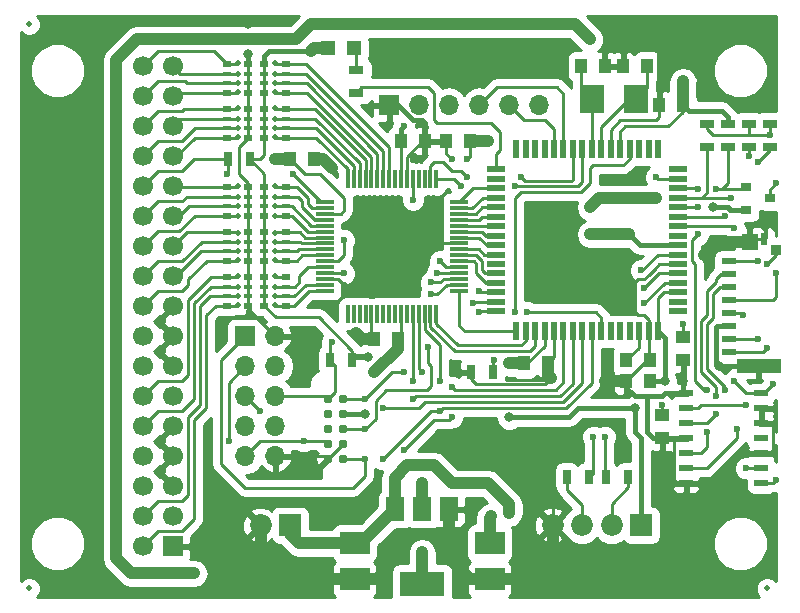
<source format=gbr>
G04 #@! TF.FileFunction,Copper,L1,Top,Signal*
%FSLAX46Y46*%
G04 Gerber Fmt 4.6, Leading zero omitted, Abs format (unit mm)*
G04 Created by KiCad (PCBNEW 4.0.7) date 05/18/18 07:30:45*
%MOMM*%
%LPD*%
G01*
G04 APERTURE LIST*
%ADD10C,0.100000*%
%ADD11R,2.000000X2.400000*%
%ADD12R,2.500000X1.950000*%
%ADD13R,1.000000X1.250000*%
%ADD14R,1.250000X1.000000*%
%ADD15R,1.200000X1.200000*%
%ADD16R,1.500000X0.550000*%
%ADD17R,0.550000X1.500000*%
%ADD18R,0.900000X0.800000*%
%ADD19R,0.700000X1.300000*%
%ADD20R,1.300000X0.700000*%
%ADD21R,3.800000X2.000000*%
%ADD22R,1.500000X2.000000*%
%ADD23R,1.143000X0.508000*%
%ADD24R,1.250000X0.600000*%
%ADD25R,3.790000X1.200000*%
%ADD26R,1.400000X1.450000*%
%ADD27R,0.600000X1.000000*%
%ADD28R,0.850000X0.950000*%
%ADD29R,1.500000X0.300000*%
%ADD30R,0.300000X1.500000*%
%ADD31C,0.500000*%
%ADD32R,1.700000X1.700000*%
%ADD33O,1.700000X1.700000*%
%ADD34C,0.787400*%
%ADD35R,0.800000X0.500000*%
%ADD36R,0.800000X0.400000*%
%ADD37R,1.850000X1.850000*%
%ADD38C,1.850000*%
%ADD39C,1.700000*%
%ADD40C,0.800000*%
%ADD41C,0.600000*%
%ADD42C,0.500000*%
%ADD43C,0.250000*%
%ADD44C,0.400000*%
%ADD45C,1.000000*%
%ADD46C,0.254000*%
G04 APERTURE END LIST*
D10*
D11*
X134040000Y-74930000D03*
X137740000Y-74930000D03*
D12*
X113919000Y-112521000D03*
X113919000Y-115571000D03*
X125349000Y-112521000D03*
X125349000Y-115571000D03*
D13*
X108474000Y-80010000D03*
X110474000Y-80010000D03*
X123682000Y-78486000D03*
X121682000Y-78486000D03*
X117586000Y-95250000D03*
X115586000Y-95250000D03*
X117872000Y-78486000D03*
X119872000Y-78486000D03*
X138922000Y-98806000D03*
X136922000Y-98806000D03*
X128286000Y-97282000D03*
X130286000Y-97282000D03*
X141716000Y-75438000D03*
X139716000Y-75438000D03*
X133112000Y-72136000D03*
X135112000Y-72136000D03*
X138668000Y-72136000D03*
X136668000Y-72136000D03*
X136922000Y-97028000D03*
X138922000Y-97028000D03*
D14*
X139954000Y-101616000D03*
X139954000Y-103616000D03*
D15*
X111676000Y-70612000D03*
X113876000Y-70612000D03*
D16*
X141304000Y-92868000D03*
X141304000Y-92068000D03*
X141304000Y-91268000D03*
X141304000Y-90468000D03*
X141304000Y-89668000D03*
X141304000Y-88868000D03*
X141304000Y-88068000D03*
X141304000Y-87268000D03*
X141304000Y-86468000D03*
X141304000Y-85668000D03*
X141304000Y-84868000D03*
X141304000Y-84068000D03*
X141304000Y-83268000D03*
X141304000Y-82468000D03*
X141304000Y-81668000D03*
X141304000Y-80868000D03*
D17*
X139604000Y-79168000D03*
X138804000Y-79168000D03*
X138004000Y-79168000D03*
X137204000Y-79168000D03*
X136404000Y-79168000D03*
X135604000Y-79168000D03*
X134804000Y-79168000D03*
X134004000Y-79168000D03*
X133204000Y-79168000D03*
X132404000Y-79168000D03*
X131604000Y-79168000D03*
X130804000Y-79168000D03*
X130004000Y-79168000D03*
X129204000Y-79168000D03*
X128404000Y-79168000D03*
X127604000Y-79168000D03*
D16*
X125904000Y-80868000D03*
X125904000Y-81668000D03*
X125904000Y-82468000D03*
X125904000Y-83268000D03*
X125904000Y-84068000D03*
X125904000Y-84868000D03*
X125904000Y-85668000D03*
X125904000Y-86468000D03*
X125904000Y-87268000D03*
X125904000Y-88068000D03*
X125904000Y-88868000D03*
X125904000Y-89668000D03*
X125904000Y-90468000D03*
X125904000Y-91268000D03*
X125904000Y-92068000D03*
X125904000Y-92868000D03*
D17*
X127604000Y-94568000D03*
X128404000Y-94568000D03*
X129204000Y-94568000D03*
X130004000Y-94568000D03*
X130804000Y-94568000D03*
X131604000Y-94568000D03*
X132404000Y-94568000D03*
X133204000Y-94568000D03*
X134004000Y-94568000D03*
X134804000Y-94568000D03*
X135604000Y-94568000D03*
X136404000Y-94568000D03*
X137204000Y-94568000D03*
X138004000Y-94568000D03*
X138804000Y-94568000D03*
X139604000Y-94568000D03*
D18*
X147082000Y-82362000D03*
X147082000Y-84262000D03*
X149082000Y-83312000D03*
D19*
X105090000Y-80010000D03*
X103190000Y-80010000D03*
D20*
X114046000Y-74356000D03*
X114046000Y-72456000D03*
D19*
X113726000Y-97028000D03*
X111826000Y-97028000D03*
D20*
X143764000Y-77028000D03*
X143764000Y-78928000D03*
X147320000Y-77028000D03*
X147320000Y-78928000D03*
X149098000Y-77028000D03*
X149098000Y-78928000D03*
X145542000Y-77028000D03*
X145542000Y-78928000D03*
D21*
X119634000Y-115926000D03*
D22*
X119634000Y-109626000D03*
X117334000Y-109626000D03*
X121934000Y-109626000D03*
D23*
X141986000Y-99822000D03*
X141986000Y-101092000D03*
X141986000Y-102362000D03*
X141986000Y-103632000D03*
X141986000Y-104902000D03*
X141986000Y-106172000D03*
X141986000Y-107442000D03*
X148336000Y-107442000D03*
X148336000Y-106172000D03*
X148336000Y-103632000D03*
X148336000Y-102362000D03*
X148336000Y-101092000D03*
X148336000Y-99822000D03*
X148336000Y-104902000D03*
D24*
X145622800Y-88641600D03*
X145622800Y-89741600D03*
X145622800Y-90841600D03*
X145622800Y-91941600D03*
X145622800Y-93041600D03*
X145622800Y-94141600D03*
X145622800Y-95241600D03*
X145622800Y-96341600D03*
D25*
X148122800Y-97491600D03*
D26*
X147372800Y-87016600D03*
D27*
X148622800Y-86791600D03*
D28*
X149597800Y-87716600D03*
D29*
X111394000Y-83626000D03*
X111394000Y-84126000D03*
X111394000Y-84626000D03*
X111394000Y-85126000D03*
X111394000Y-85626000D03*
X111394000Y-86126000D03*
X111394000Y-86626000D03*
X111394000Y-87126000D03*
X111394000Y-87626000D03*
X111394000Y-88126000D03*
X111394000Y-88626000D03*
X111394000Y-89126000D03*
X111394000Y-89626000D03*
X111394000Y-90126000D03*
X111394000Y-90626000D03*
X111394000Y-91126000D03*
D30*
X113344000Y-93076000D03*
X113844000Y-93076000D03*
X114344000Y-93076000D03*
X114844000Y-93076000D03*
X115344000Y-93076000D03*
X115844000Y-93076000D03*
X116344000Y-93076000D03*
X116844000Y-93076000D03*
X117344000Y-93076000D03*
X117844000Y-93076000D03*
X118344000Y-93076000D03*
X118844000Y-93076000D03*
X119344000Y-93076000D03*
X119844000Y-93076000D03*
X120344000Y-93076000D03*
X120844000Y-93076000D03*
D29*
X122794000Y-91126000D03*
X122794000Y-90626000D03*
X122794000Y-90126000D03*
X122794000Y-89626000D03*
X122794000Y-89126000D03*
X122794000Y-88626000D03*
X122794000Y-88126000D03*
X122794000Y-87626000D03*
X122794000Y-87126000D03*
X122794000Y-86626000D03*
X122794000Y-86126000D03*
X122794000Y-85626000D03*
X122794000Y-85126000D03*
X122794000Y-84626000D03*
X122794000Y-84126000D03*
X122794000Y-83626000D03*
D30*
X120844000Y-81676000D03*
X120344000Y-81676000D03*
X119844000Y-81676000D03*
X119344000Y-81676000D03*
X118844000Y-81676000D03*
X118344000Y-81676000D03*
X117844000Y-81676000D03*
X117344000Y-81676000D03*
X116844000Y-81676000D03*
X116344000Y-81676000D03*
X115844000Y-81676000D03*
X115344000Y-81676000D03*
X114844000Y-81676000D03*
X114344000Y-81676000D03*
X113844000Y-81676000D03*
X113344000Y-81676000D03*
D31*
X86360000Y-116332000D03*
X148844000Y-116332000D03*
X86360000Y-68580000D03*
D32*
X104648000Y-94996000D03*
D33*
X107188000Y-94996000D03*
X104648000Y-97536000D03*
X107188000Y-97536000D03*
X104648000Y-100076000D03*
X107188000Y-100076000D03*
X104648000Y-102616000D03*
X107188000Y-102616000D03*
X104648000Y-105156000D03*
X107188000Y-105156000D03*
D34*
X112903000Y-105410000D03*
X112903000Y-104140000D03*
X112903000Y-102870000D03*
X112903000Y-101600000D03*
X112903000Y-100330000D03*
X111633000Y-100330000D03*
X111633000Y-101600000D03*
X111633000Y-102870000D03*
X111633000Y-104140000D03*
X111633000Y-105410000D03*
D35*
X103113000Y-75762000D03*
D36*
X103113000Y-77362000D03*
X103113000Y-76562000D03*
D35*
X103113000Y-78162000D03*
D36*
X104913000Y-76562000D03*
D35*
X104913000Y-75762000D03*
D36*
X104913000Y-77362000D03*
D35*
X104913000Y-78162000D03*
X108088000Y-78162000D03*
D36*
X108088000Y-76562000D03*
X108088000Y-77362000D03*
D35*
X108088000Y-75762000D03*
D36*
X106288000Y-77362000D03*
D35*
X106288000Y-78162000D03*
D36*
X106288000Y-76562000D03*
D35*
X106288000Y-75762000D03*
X103113000Y-71952000D03*
D36*
X103113000Y-73552000D03*
X103113000Y-72752000D03*
D35*
X103113000Y-74352000D03*
D36*
X104913000Y-72752000D03*
D35*
X104913000Y-71952000D03*
D36*
X104913000Y-73552000D03*
D35*
X104913000Y-74352000D03*
X108088000Y-74352000D03*
D36*
X108088000Y-72752000D03*
X108088000Y-73552000D03*
D35*
X108088000Y-71952000D03*
D36*
X106288000Y-73552000D03*
D35*
X106288000Y-74352000D03*
D36*
X106288000Y-72752000D03*
D35*
X106288000Y-71952000D03*
X103113000Y-86176000D03*
D36*
X103113000Y-87776000D03*
X103113000Y-86976000D03*
D35*
X103113000Y-88576000D03*
D36*
X104913000Y-86976000D03*
D35*
X104913000Y-86176000D03*
D36*
X104913000Y-87776000D03*
D35*
X104913000Y-88576000D03*
X108088000Y-88576000D03*
D36*
X108088000Y-86976000D03*
X108088000Y-87776000D03*
D35*
X108088000Y-86176000D03*
D36*
X106288000Y-87776000D03*
D35*
X106288000Y-88576000D03*
D36*
X106288000Y-86976000D03*
D35*
X106288000Y-86176000D03*
X103113000Y-82366000D03*
D36*
X103113000Y-83966000D03*
X103113000Y-83166000D03*
D35*
X103113000Y-84766000D03*
D36*
X104913000Y-83166000D03*
D35*
X104913000Y-82366000D03*
D36*
X104913000Y-83966000D03*
D35*
X104913000Y-84766000D03*
X108088000Y-84766000D03*
D36*
X108088000Y-83166000D03*
X108088000Y-83966000D03*
D35*
X108088000Y-82366000D03*
D36*
X106288000Y-83966000D03*
D35*
X106288000Y-84766000D03*
D36*
X106288000Y-83166000D03*
D35*
X106288000Y-82366000D03*
X103113000Y-89986000D03*
D36*
X103113000Y-91586000D03*
X103113000Y-90786000D03*
D35*
X103113000Y-92386000D03*
D36*
X104913000Y-90786000D03*
D35*
X104913000Y-89986000D03*
D36*
X104913000Y-91586000D03*
D35*
X104913000Y-92386000D03*
X108088000Y-92386000D03*
D36*
X108088000Y-90786000D03*
X108088000Y-91586000D03*
D35*
X108088000Y-89986000D03*
D36*
X106288000Y-91586000D03*
D35*
X106288000Y-92386000D03*
D36*
X106288000Y-90786000D03*
D35*
X106288000Y-89986000D03*
D37*
X108458000Y-110998000D03*
D38*
X105958000Y-110998000D03*
D32*
X98552000Y-112776000D03*
D39*
X96012000Y-112776000D03*
X98552000Y-110236000D03*
X96012000Y-110236000D03*
X98552000Y-107696000D03*
X96012000Y-107696000D03*
X98552000Y-105156000D03*
X96012000Y-105156000D03*
X98552000Y-102616000D03*
X96012000Y-102616000D03*
X98552000Y-100076000D03*
X96012000Y-100076000D03*
X98552000Y-97536000D03*
X96012000Y-97536000D03*
X98552000Y-94996000D03*
X96012000Y-94996000D03*
X98552000Y-92456000D03*
X96012000Y-92456000D03*
X98552000Y-89916000D03*
X96012000Y-89916000D03*
X98552000Y-87376000D03*
X96012000Y-87376000D03*
X98552000Y-84836000D03*
X96012000Y-84836000D03*
X98552000Y-82296000D03*
X96012000Y-82296000D03*
X98552000Y-79756000D03*
X96012000Y-79756000D03*
X98552000Y-77216000D03*
X96012000Y-77216000D03*
X98552000Y-74676000D03*
X96012000Y-74676000D03*
X98552000Y-72136000D03*
X96012000Y-72136000D03*
D32*
X116840000Y-75438000D03*
D33*
X119380000Y-75438000D03*
X121920000Y-75438000D03*
X124460000Y-75438000D03*
X127000000Y-75438000D03*
X129540000Y-75438000D03*
D14*
X141732000Y-95012000D03*
X141732000Y-97012000D03*
D37*
X138176000Y-110998000D03*
D38*
X135676000Y-110998000D03*
X133176000Y-110998000D03*
X130676000Y-110998000D03*
D19*
X135194000Y-106934000D03*
X137094000Y-106934000D03*
X133792000Y-106934000D03*
X131892000Y-106934000D03*
X125664000Y-98044000D03*
X123764000Y-98044000D03*
D40*
X115062000Y-96774000D03*
X127000000Y-101854000D03*
X140208000Y-98806000D03*
X137668000Y-101092000D03*
X127000000Y-109982000D03*
X133858000Y-86360000D03*
X137160000Y-86360000D03*
X141732000Y-73406000D03*
X127000000Y-97282000D03*
X114046000Y-94742000D03*
D41*
X123190000Y-105664000D03*
X135128000Y-82042000D03*
X116840000Y-85852000D03*
X118110000Y-72136000D03*
X109474000Y-98552000D03*
X110490000Y-94996000D03*
X109220000Y-114554000D03*
X117602000Y-111760000D03*
X139954000Y-106426000D03*
D40*
X141732000Y-98806000D03*
X144780000Y-97536000D03*
D41*
X113030000Y-90678000D03*
D40*
X104902000Y-68580000D03*
X104902000Y-71120000D03*
X143510000Y-88138000D03*
X130556000Y-98552000D03*
X135128000Y-98806000D03*
X112014000Y-80772000D03*
X139700000Y-68580000D03*
X135128000Y-68580000D03*
D41*
X120650000Y-87122000D03*
X122174000Y-80010000D03*
X100330000Y-115062000D03*
X118110000Y-77216000D03*
D40*
X133858000Y-84074000D03*
X139446000Y-83312000D03*
X144272000Y-84074000D03*
X133858000Y-69850000D03*
X125222000Y-78486000D03*
X108966000Y-69850000D03*
X107188000Y-80010000D03*
X114808000Y-101600000D03*
X115570000Y-98044000D03*
X125476000Y-110236000D03*
X119634000Y-107442000D03*
X119634000Y-113284000D03*
D41*
X123444000Y-80010000D03*
X121158000Y-88646000D03*
X146050000Y-98806000D03*
X139954000Y-100838000D03*
X149606000Y-89662000D03*
X149352000Y-99060000D03*
X149098000Y-77978000D03*
X149606000Y-82042000D03*
X147066000Y-100838000D03*
X146050000Y-85852000D03*
X145288000Y-84836000D03*
X147066000Y-106172000D03*
X143002000Y-84074000D03*
X143002000Y-86360000D03*
X143764000Y-99568000D03*
X143764000Y-103124000D03*
X148082000Y-95250000D03*
X145796000Y-83312000D03*
X143002000Y-82550000D03*
X144526000Y-82550000D03*
X148844000Y-88900000D03*
X139446000Y-81534000D03*
X127508000Y-82296000D03*
X122936000Y-82296000D03*
X128016000Y-81534000D03*
X123444000Y-81534000D03*
X124460000Y-91186000D03*
X120904000Y-89662000D03*
X123952000Y-92202000D03*
X120396000Y-90424000D03*
X124460000Y-92964000D03*
X120396000Y-91440000D03*
D31*
X104013000Y-92329000D03*
X107188000Y-92329000D03*
X104013000Y-91567000D03*
X107188000Y-91567000D03*
D41*
X113030000Y-89662000D03*
D31*
X104013000Y-90805000D03*
X107188000Y-90805000D03*
X104013000Y-89916000D03*
X107188000Y-89916000D03*
D41*
X113030000Y-86868000D03*
D31*
X104013000Y-88519000D03*
X107188000Y-88519000D03*
X104013000Y-87757000D03*
X107188000Y-87757000D03*
X104013000Y-86995000D03*
X107188000Y-86995000D03*
X104013000Y-86233000D03*
X107188000Y-86233000D03*
X104013000Y-84836000D03*
X107188000Y-84836000D03*
X104013000Y-83947000D03*
X107188000Y-83947000D03*
X104013000Y-83185000D03*
X107188000Y-83185000D03*
X104013000Y-82296000D03*
X107188000Y-82296000D03*
D41*
X108712000Y-81280000D03*
X103124000Y-81280000D03*
D31*
X104013000Y-78105000D03*
X107188000Y-78105000D03*
X104013000Y-77343000D03*
X107188000Y-77343000D03*
X104013000Y-76581000D03*
X107188000Y-76581000D03*
X104013000Y-75692000D03*
X107188000Y-75692000D03*
X104013000Y-74295000D03*
X107188000Y-74295000D03*
X104013000Y-73533000D03*
X107188000Y-73533000D03*
X104013000Y-72771000D03*
X107188000Y-72771000D03*
X104013000Y-71882000D03*
X107188000Y-71882000D03*
D41*
X148082000Y-80264000D03*
X148082000Y-88646000D03*
X144526000Y-100076000D03*
X144526000Y-101600000D03*
X145288000Y-99568000D03*
X146304000Y-102870000D03*
X149606000Y-107188000D03*
X146812000Y-93218000D03*
X147320000Y-79756000D03*
X148844000Y-96012000D03*
X127508000Y-92964000D03*
X112014000Y-95504000D03*
X122174000Y-99314000D03*
X122174000Y-101854000D03*
X109601000Y-103886000D03*
X118110000Y-104648000D03*
X118872000Y-98806000D03*
X118872000Y-100330000D03*
X105918000Y-101346000D03*
X118110000Y-98044000D03*
X119634000Y-98044000D03*
X114808000Y-100330000D03*
X116332000Y-101092000D03*
X114808000Y-105410000D03*
X116332000Y-105410000D03*
X121158000Y-98806000D03*
X121158000Y-101346000D03*
X120142000Y-95885000D03*
X118872000Y-83439000D03*
X103251000Y-103886000D03*
X114808000Y-102870000D03*
X141732000Y-93980000D03*
X138176000Y-89408000D03*
X138430000Y-92202000D03*
X135128000Y-103505000D03*
X138430000Y-90932000D03*
X134112000Y-103505000D03*
X125730000Y-97028000D03*
X128524000Y-92964000D03*
D42*
X113726000Y-97028000D02*
X113980000Y-96774000D01*
X113980000Y-96774000D02*
X115062000Y-96774000D01*
D43*
X106288000Y-92386000D02*
X107247000Y-93345000D01*
X113726000Y-96200000D02*
X113726000Y-97028000D01*
X110871000Y-93345000D02*
X113726000Y-96200000D01*
X107247000Y-93345000D02*
X110871000Y-93345000D01*
D44*
X141304000Y-87268000D02*
X138068000Y-87268000D01*
X138068000Y-87268000D02*
X137160000Y-86360000D01*
X138176000Y-110998000D02*
X138176000Y-103632000D01*
X137668000Y-103124000D02*
X137668000Y-101092000D01*
X138176000Y-103632000D02*
X137668000Y-103124000D01*
X132842000Y-101092000D02*
X137668000Y-101092000D01*
X132080000Y-101854000D02*
X132842000Y-101092000D01*
X132080000Y-101854000D02*
X127000000Y-101854000D01*
D45*
X111676000Y-70612000D02*
X110490000Y-70612000D01*
X110490000Y-70612000D02*
X110236000Y-70866000D01*
X127000000Y-109982000D02*
X127000000Y-109220000D01*
X127000000Y-109220000D02*
X125222000Y-107442000D01*
X120650000Y-105918000D02*
X122174000Y-107442000D01*
X117334000Y-106948000D02*
X118364000Y-105918000D01*
X118364000Y-105918000D02*
X120650000Y-105918000D01*
X117334000Y-109626000D02*
X117334000Y-106948000D01*
X125222000Y-107442000D02*
X122174000Y-107442000D01*
X141716000Y-75438000D02*
X141716000Y-73422000D01*
X137160000Y-86360000D02*
X133858000Y-86360000D01*
X141716000Y-73422000D02*
X141732000Y-73406000D01*
D44*
X145542000Y-77028000D02*
X145542000Y-76454000D01*
X142224000Y-75946000D02*
X141716000Y-75438000D01*
X145034000Y-75946000D02*
X142224000Y-75946000D01*
X145542000Y-76454000D02*
X145034000Y-75946000D01*
X140208000Y-98806000D02*
X140208000Y-95172000D01*
X140208000Y-95172000D02*
X139604000Y-94568000D01*
X138922000Y-98806000D02*
X140208000Y-98806000D01*
D45*
X127000000Y-97282000D02*
X128286000Y-97282000D01*
D44*
X106288000Y-71258000D02*
X106680000Y-70866000D01*
X106680000Y-70866000D02*
X110236000Y-70866000D01*
X106288000Y-71258000D02*
X106288000Y-71952000D01*
D43*
X106288000Y-82366000D02*
X106288000Y-81208000D01*
X106288000Y-81208000D02*
X105090000Y-80010000D01*
D45*
X113919000Y-112521000D02*
X114439000Y-112521000D01*
X114439000Y-112521000D02*
X117334000Y-109626000D01*
X108458000Y-110998000D02*
X108458000Y-111760000D01*
X108458000Y-111760000D02*
X109219000Y-112521000D01*
X109219000Y-112521000D02*
X113919000Y-112521000D01*
D43*
X141304000Y-91268000D02*
X140126000Y-91268000D01*
X140126000Y-91268000D02*
X139604000Y-91790000D01*
X139604000Y-91790000D02*
X139604000Y-94568000D01*
X130004000Y-94568000D02*
X130004000Y-95802000D01*
X130004000Y-95802000D02*
X128524000Y-97282000D01*
X128524000Y-97282000D02*
X128286000Y-97282000D01*
X136404000Y-79168000D02*
X136404000Y-77660002D01*
X140462000Y-77216000D02*
X141716000Y-75962000D01*
X136848002Y-77216000D02*
X140462000Y-77216000D01*
X136404000Y-77660002D02*
X136848002Y-77216000D01*
X141716000Y-75962000D02*
X141716000Y-75438000D01*
X105090000Y-80010000D02*
X105918000Y-80010000D01*
X105918000Y-80010000D02*
X106288000Y-79640000D01*
X106288000Y-79640000D02*
X106288000Y-78162000D01*
X106288000Y-78162000D02*
X106288000Y-77362000D01*
X106288000Y-77362000D02*
X106288000Y-76562000D01*
X106288000Y-76562000D02*
X106288000Y-75762000D01*
X106288000Y-75762000D02*
X106288000Y-74352000D01*
X106288000Y-74352000D02*
X106288000Y-73552000D01*
X106288000Y-73552000D02*
X106288000Y-72752000D01*
X106288000Y-72752000D02*
X106288000Y-71952000D01*
X106288000Y-92386000D02*
X106288000Y-91586000D01*
X106288000Y-91586000D02*
X106288000Y-90786000D01*
X106288000Y-90786000D02*
X106288000Y-89986000D01*
X106288000Y-89986000D02*
X106288000Y-88576000D01*
X106288000Y-88576000D02*
X106288000Y-87776000D01*
X106288000Y-87776000D02*
X106288000Y-86976000D01*
X106288000Y-86976000D02*
X106288000Y-86176000D01*
X106288000Y-86176000D02*
X106288000Y-84766000D01*
X106288000Y-84766000D02*
X106288000Y-83966000D01*
X106288000Y-83966000D02*
X106288000Y-83166000D01*
X106288000Y-83166000D02*
X106288000Y-82366000D01*
D45*
X115586000Y-95250000D02*
X114554000Y-95250000D01*
X114554000Y-95250000D02*
X114046000Y-94742000D01*
D43*
X104913000Y-92386000D02*
X104913000Y-92721000D01*
X104913000Y-92721000D02*
X107188000Y-94996000D01*
X107188000Y-105156000D02*
X111379000Y-105156000D01*
X111379000Y-105156000D02*
X111633000Y-105410000D01*
X130676000Y-110998000D02*
X130676000Y-108324000D01*
X128016000Y-105664000D02*
X123190000Y-105664000D01*
X130676000Y-108324000D02*
X128016000Y-105664000D01*
D45*
X125349000Y-115571000D02*
X130047000Y-115571000D01*
X130676000Y-114942000D02*
X130676000Y-110998000D01*
X130047000Y-115571000D02*
X130676000Y-114942000D01*
D43*
X138804000Y-94568000D02*
X138804000Y-93592000D01*
X138804000Y-89796000D02*
X138430000Y-90170000D01*
X138430000Y-93218000D02*
X138804000Y-93592000D01*
X137922000Y-93218000D02*
X138430000Y-93218000D01*
X137668000Y-92964000D02*
X137922000Y-93218000D01*
X137668000Y-90424000D02*
X137668000Y-92964000D01*
X137922000Y-90170000D02*
X137668000Y-90424000D01*
X138430000Y-90170000D02*
X137922000Y-90170000D01*
D44*
X139954000Y-103616000D02*
X139176000Y-103616000D01*
X138684000Y-103124000D02*
X138684000Y-100076000D01*
X139176000Y-103616000D02*
X138684000Y-103124000D01*
D43*
X123764000Y-98044000D02*
X123764000Y-98618000D01*
X123764000Y-98618000D02*
X124206000Y-99060000D01*
X124206000Y-99060000D02*
X130048000Y-99060000D01*
X130048000Y-99060000D02*
X130556000Y-98552000D01*
D44*
X141732000Y-98806000D02*
X141732000Y-97012000D01*
X144780000Y-97536000D02*
X144526000Y-97282000D01*
X144526000Y-94234000D02*
X144618400Y-94141600D01*
X144526000Y-97282000D02*
X144526000Y-94234000D01*
X144618400Y-94141600D02*
X145622800Y-94141600D01*
D43*
X110490000Y-97028000D02*
X110490000Y-94996000D01*
X110490000Y-97028000D02*
X109474000Y-98044000D01*
X109474000Y-98298000D02*
X109474000Y-98044000D01*
X109220000Y-115571000D02*
X109220000Y-114554000D01*
X139954000Y-103616000D02*
X139954000Y-106426000D01*
D44*
X118872000Y-76708000D02*
X118618000Y-76454000D01*
X118618000Y-76454000D02*
X117602000Y-75438000D01*
X117602000Y-75438000D02*
X116840000Y-75438000D01*
X119872000Y-78486000D02*
X119872000Y-76946000D01*
X119634000Y-76708000D02*
X118872000Y-76708000D01*
X119872000Y-76946000D02*
X119634000Y-76708000D01*
X148122800Y-97491600D02*
X144824400Y-97491600D01*
X141732000Y-98806000D02*
X141732000Y-99568000D01*
X144824400Y-97491600D02*
X144780000Y-97536000D01*
X141732000Y-99568000D02*
X141986000Y-99822000D01*
X148336000Y-104902000D02*
X146812000Y-104902000D01*
X144272000Y-107442000D02*
X141986000Y-107442000D01*
X146812000Y-104902000D02*
X144272000Y-107442000D01*
X136922000Y-98806000D02*
X136922000Y-99330000D01*
X136922000Y-99330000D02*
X137668000Y-100076000D01*
X138430000Y-100076000D02*
X137668000Y-100076000D01*
X141986000Y-99822000D02*
X140208000Y-99822000D01*
X139954000Y-100076000D02*
X138684000Y-100076000D01*
X140208000Y-99822000D02*
X139954000Y-100076000D01*
X138684000Y-100076000D02*
X138430000Y-100076000D01*
D43*
X111394000Y-90126000D02*
X112478000Y-90126000D01*
X112478000Y-90126000D02*
X113030000Y-90678000D01*
X104913000Y-82366000D02*
X104913000Y-82053000D01*
X104140000Y-78935000D02*
X104913000Y-78162000D01*
X104140000Y-81280000D02*
X104140000Y-78935000D01*
X104913000Y-82053000D02*
X104140000Y-81280000D01*
D44*
X104913000Y-71952000D02*
X104913000Y-71131000D01*
X104913000Y-71131000D02*
X104902000Y-71120000D01*
D45*
X147372800Y-87016600D02*
X144631400Y-87016600D01*
X144631400Y-87016600D02*
X143510000Y-88138000D01*
X130286000Y-97282000D02*
X130286000Y-98282000D01*
X130286000Y-98282000D02*
X130556000Y-98552000D01*
X136922000Y-98806000D02*
X135128000Y-98806000D01*
X110474000Y-80010000D02*
X111252000Y-80010000D01*
X111252000Y-80010000D02*
X112014000Y-80772000D01*
D44*
X139716000Y-75438000D02*
X139716000Y-68596000D01*
X139716000Y-68596000D02*
X139700000Y-68580000D01*
X136668000Y-72136000D02*
X135112000Y-72136000D01*
X135112000Y-72136000D02*
X135112000Y-68596000D01*
X135112000Y-68596000D02*
X135128000Y-68580000D01*
X121682000Y-78486000D02*
X119872000Y-78486000D01*
X116840000Y-75454000D02*
X116840000Y-75438000D01*
D45*
X121934000Y-109626000D02*
X121934000Y-111520000D01*
X121934000Y-111520000D02*
X122174000Y-111760000D01*
X113919000Y-115571000D02*
X115823000Y-115571000D01*
X123699000Y-115571000D02*
X125349000Y-115571000D01*
X122936000Y-114808000D02*
X123699000Y-115571000D01*
X122936000Y-112522000D02*
X122936000Y-114808000D01*
X122174000Y-111760000D02*
X122936000Y-112522000D01*
X117602000Y-111760000D02*
X122174000Y-111760000D01*
X116586000Y-112776000D02*
X117602000Y-111760000D01*
X116586000Y-114808000D02*
X116586000Y-112776000D01*
X115823000Y-115571000D02*
X116586000Y-114808000D01*
X105958000Y-110998000D02*
X105958000Y-114594000D01*
X106935000Y-115571000D02*
X109220000Y-115571000D01*
X109220000Y-115571000D02*
X113919000Y-115571000D01*
X105958000Y-114594000D02*
X106935000Y-115571000D01*
D43*
X141304000Y-88868000D02*
X139732000Y-88868000D01*
X139732000Y-88868000D02*
X139319000Y-89281000D01*
X139319000Y-89281000D02*
X138804000Y-89796000D01*
X139954000Y-103616000D02*
X141970000Y-103616000D01*
X141970000Y-103616000D02*
X141986000Y-103632000D01*
X141986000Y-107442000D02*
X141224000Y-107442000D01*
X141224000Y-107442000D02*
X140970000Y-107188000D01*
X140970000Y-107188000D02*
X140970000Y-103886000D01*
X140970000Y-103886000D02*
X141224000Y-103632000D01*
X141224000Y-103632000D02*
X141986000Y-103632000D01*
X148336000Y-102362000D02*
X149098000Y-102362000D01*
X149098000Y-104902000D02*
X148336000Y-104902000D01*
X149352000Y-104648000D02*
X149098000Y-104902000D01*
X149352000Y-102616000D02*
X149352000Y-104648000D01*
X149098000Y-102362000D02*
X149352000Y-102616000D01*
X148336000Y-101092000D02*
X148336000Y-102362000D01*
X148622800Y-86791600D02*
X147597800Y-86791600D01*
X147597800Y-86791600D02*
X147372800Y-87016600D01*
X111633000Y-105410000D02*
X112903000Y-104140000D01*
X130804000Y-94568000D02*
X130804000Y-96764000D01*
X130804000Y-96764000D02*
X130286000Y-97282000D01*
X138922000Y-97028000D02*
X138700000Y-97028000D01*
X138700000Y-97028000D02*
X136922000Y-98806000D01*
X135604000Y-79168000D02*
X135604000Y-77502000D01*
X139716000Y-76438000D02*
X139716000Y-75438000D01*
X139446000Y-76708000D02*
X139716000Y-76438000D01*
X136398000Y-76708000D02*
X139446000Y-76708000D01*
X135604000Y-77502000D02*
X136398000Y-76708000D01*
X138804000Y-94568000D02*
X138804000Y-96910000D01*
X138804000Y-96910000D02*
X138922000Y-97028000D01*
X121682000Y-78486000D02*
X121682000Y-79518000D01*
X120654000Y-87126000D02*
X122794000Y-87126000D01*
X120650000Y-87122000D02*
X120654000Y-87126000D01*
X121682000Y-79518000D02*
X122174000Y-80010000D01*
X115344000Y-93076000D02*
X115344000Y-95008000D01*
X115344000Y-95008000D02*
X115586000Y-95250000D01*
X118344000Y-81676000D02*
X118344000Y-79776000D01*
X118344000Y-79776000D02*
X119634000Y-78486000D01*
X119634000Y-78486000D02*
X119872000Y-78486000D01*
X104913000Y-78162000D02*
X104913000Y-77362000D01*
X104913000Y-77362000D02*
X104913000Y-76562000D01*
X104913000Y-76562000D02*
X104913000Y-75762000D01*
X104913000Y-75762000D02*
X104913000Y-74352000D01*
X104913000Y-74352000D02*
X104913000Y-73552000D01*
X104913000Y-73552000D02*
X104913000Y-72752000D01*
X104913000Y-72752000D02*
X104913000Y-71952000D01*
X104913000Y-92386000D02*
X104913000Y-91586000D01*
X104913000Y-91586000D02*
X104913000Y-90786000D01*
X104913000Y-90786000D02*
X104913000Y-89986000D01*
X104913000Y-89986000D02*
X104913000Y-88576000D01*
X104913000Y-88576000D02*
X104913000Y-87776000D01*
X104913000Y-87776000D02*
X104913000Y-86976000D01*
X104913000Y-86976000D02*
X104913000Y-86176000D01*
X104913000Y-86176000D02*
X104913000Y-84766000D01*
X104913000Y-84766000D02*
X104913000Y-83966000D01*
X104913000Y-83966000D02*
X104913000Y-83166000D01*
X104913000Y-83166000D02*
X104913000Y-82366000D01*
D45*
X133858000Y-84074000D02*
X134620000Y-83312000D01*
X134620000Y-83312000D02*
X139446000Y-83312000D01*
X95504000Y-69850000D02*
X93726000Y-71628000D01*
X93726000Y-113792000D02*
X93726000Y-71628000D01*
X94996000Y-115062000D02*
X93726000Y-113792000D01*
X100330000Y-115062000D02*
X94996000Y-115062000D01*
X95504000Y-69850000D02*
X108966000Y-69850000D01*
D44*
X117872000Y-78486000D02*
X117872000Y-77454000D01*
X117872000Y-77454000D02*
X118110000Y-77216000D01*
D45*
X108966000Y-69850000D02*
X110236000Y-68580000D01*
X132588000Y-68580000D02*
X133858000Y-69850000D01*
X110236000Y-68580000D02*
X132588000Y-68580000D01*
D44*
X147082000Y-84262000D02*
X145730000Y-84262000D01*
X145542000Y-84074000D02*
X144272000Y-84074000D01*
X145730000Y-84262000D02*
X145542000Y-84074000D01*
D45*
X123682000Y-78486000D02*
X125222000Y-78486000D01*
X108474000Y-80010000D02*
X107188000Y-80010000D01*
D44*
X112903000Y-101600000D02*
X114808000Y-101600000D01*
D45*
X117586000Y-96028000D02*
X117586000Y-95250000D01*
X115570000Y-98044000D02*
X117586000Y-96028000D01*
X125349000Y-112521000D02*
X125349000Y-110363000D01*
X125349000Y-110363000D02*
X125476000Y-110236000D01*
X119634000Y-115926000D02*
X119634000Y-113284000D01*
X119634000Y-107442000D02*
X119634000Y-109626000D01*
D43*
X111394000Y-84626000D02*
X112732000Y-84626000D01*
X109744000Y-81280000D02*
X108474000Y-80010000D01*
X110998000Y-81280000D02*
X109744000Y-81280000D01*
X113030000Y-83312000D02*
X110998000Y-81280000D01*
X113030000Y-84328000D02*
X113030000Y-83312000D01*
X112732000Y-84626000D02*
X113030000Y-84328000D01*
X122794000Y-89126000D02*
X121638000Y-89126000D01*
X123682000Y-79772000D02*
X123682000Y-78486000D01*
X123444000Y-80010000D02*
X123682000Y-79772000D01*
X121638000Y-89126000D02*
X121158000Y-88646000D01*
X117844000Y-93076000D02*
X117844000Y-94992000D01*
X117844000Y-94992000D02*
X117586000Y-95250000D01*
X117844000Y-81676000D02*
X117844000Y-78514000D01*
X117844000Y-78514000D02*
X117872000Y-78486000D01*
X134004000Y-79168000D02*
X134040000Y-79132000D01*
X134040000Y-79132000D02*
X134040000Y-74930000D01*
X134040000Y-74930000D02*
X133112000Y-74002000D01*
X133112000Y-74002000D02*
X133112000Y-72136000D01*
X137740000Y-74930000D02*
X138668000Y-74002000D01*
X138668000Y-74002000D02*
X138668000Y-72136000D01*
X134804000Y-79168000D02*
X134804000Y-77286000D01*
X134804000Y-77286000D02*
X137160000Y-74930000D01*
X137160000Y-74930000D02*
X137740000Y-74930000D01*
X138004000Y-94568000D02*
X138004000Y-95946000D01*
X138004000Y-95946000D02*
X136922000Y-97028000D01*
X139954000Y-101616000D02*
X139954000Y-100838000D01*
X147066000Y-99822000D02*
X148336000Y-99822000D01*
X146050000Y-98806000D02*
X147066000Y-99822000D01*
X145622800Y-91941600D02*
X149358400Y-91941600D01*
X149606000Y-91694000D02*
X149606000Y-89662000D01*
X149358400Y-91941600D02*
X149606000Y-91694000D01*
X148336000Y-99822000D02*
X148590000Y-99822000D01*
X148590000Y-99822000D02*
X149352000Y-99060000D01*
X147320000Y-77028000D02*
X147320000Y-77978000D01*
X143764000Y-77028000D02*
X143764000Y-77470000D01*
X144272000Y-77978000D02*
X147320000Y-77978000D01*
X147320000Y-77978000D02*
X149098000Y-77978000D01*
X143764000Y-77470000D02*
X144272000Y-77978000D01*
X149082000Y-83312000D02*
X149082000Y-82566000D01*
X149098000Y-77978000D02*
X149098000Y-77028000D01*
X149082000Y-82566000D02*
X149606000Y-82042000D01*
X114046000Y-72456000D02*
X114046000Y-70782000D01*
X114046000Y-70782000D02*
X113876000Y-70612000D01*
X141986000Y-101092000D02*
X143002000Y-101092000D01*
X143256000Y-100838000D02*
X147066000Y-100838000D01*
X143002000Y-101092000D02*
X143256000Y-100838000D01*
X145866000Y-85668000D02*
X141304000Y-85668000D01*
X146050000Y-85852000D02*
X145866000Y-85668000D01*
X148336000Y-106172000D02*
X147066000Y-106172000D01*
X145288000Y-84836000D02*
X145256000Y-84868000D01*
X145256000Y-84868000D02*
X141304000Y-84868000D01*
X142748000Y-98806000D02*
X142748000Y-88900000D01*
X142748000Y-88900000D02*
X142494000Y-88646000D01*
X143764000Y-99568000D02*
X143510000Y-99568000D01*
X143510000Y-99568000D02*
X142748000Y-98806000D01*
X142494000Y-88646000D02*
X142494000Y-86868000D01*
X143002000Y-84074000D02*
X142996000Y-84068000D01*
X142996000Y-84068000D02*
X141304000Y-84068000D01*
X142494000Y-86868000D02*
X143002000Y-86360000D01*
X141986000Y-104902000D02*
X143256000Y-104902000D01*
X143764000Y-104394000D02*
X143764000Y-103124000D01*
X143256000Y-104902000D02*
X143764000Y-104394000D01*
X145622800Y-95241600D02*
X145631200Y-95250000D01*
X145631200Y-95250000D02*
X148082000Y-95250000D01*
X145796000Y-83312000D02*
X145752000Y-83268000D01*
X145752000Y-83268000D02*
X143300000Y-83268000D01*
X143764000Y-78928000D02*
X143764000Y-82804000D01*
X143300000Y-83268000D02*
X141304000Y-83268000D01*
X143764000Y-82804000D02*
X143300000Y-83268000D01*
X144526000Y-82550000D02*
X146894000Y-82550000D01*
X146894000Y-82550000D02*
X147082000Y-82362000D01*
X145542000Y-78928000D02*
X145542000Y-82042000D01*
X142920000Y-82468000D02*
X141304000Y-82468000D01*
X143002000Y-82550000D02*
X142920000Y-82468000D01*
X145034000Y-82550000D02*
X144526000Y-82550000D01*
X145542000Y-82042000D02*
X145034000Y-82550000D01*
X149597800Y-88146200D02*
X148844000Y-88900000D01*
X149597800Y-87716600D02*
X149597800Y-88146200D01*
X139446000Y-81534000D02*
X139580000Y-81668000D01*
X139580000Y-81668000D02*
X141304000Y-81668000D01*
X120844000Y-81676000D02*
X122316000Y-81676000D01*
X133204000Y-81934000D02*
X133204000Y-79168000D01*
X132842000Y-82296000D02*
X133204000Y-81934000D01*
X127508000Y-82296000D02*
X132842000Y-82296000D01*
X122316000Y-81676000D02*
X122936000Y-82296000D01*
X132404000Y-81026000D02*
X132404000Y-81718000D01*
X128327998Y-81845998D02*
X128016000Y-81534000D01*
X132276002Y-81845998D02*
X128327998Y-81845998D01*
X132404000Y-81718000D02*
X132276002Y-81845998D01*
X122936000Y-81026000D02*
X122174000Y-81026000D01*
X122174000Y-81026000D02*
X121412000Y-80264000D01*
X120344000Y-81676000D02*
X120344000Y-80570000D01*
X120650000Y-80264000D02*
X121412000Y-80264000D01*
X120344000Y-80570000D02*
X120650000Y-80264000D01*
X132404000Y-81026000D02*
X132404000Y-79168000D01*
X122936000Y-81026000D02*
X123444000Y-81534000D01*
X131604000Y-79168000D02*
X131604000Y-74454000D01*
X125984000Y-73914000D02*
X124460000Y-75438000D01*
X131064000Y-73914000D02*
X125984000Y-73914000D01*
X131604000Y-74454000D02*
X131064000Y-73914000D01*
X130804000Y-79168000D02*
X130804000Y-77464000D01*
X128270000Y-76708000D02*
X127000000Y-75438000D01*
X130048000Y-76708000D02*
X128270000Y-76708000D01*
X130804000Y-77464000D02*
X130048000Y-76708000D01*
X125904000Y-80868000D02*
X125904000Y-79582000D01*
X114488000Y-73914000D02*
X114046000Y-74356000D01*
X120142000Y-73914000D02*
X114488000Y-73914000D01*
X120650000Y-74422000D02*
X120142000Y-73914000D01*
X120650000Y-76708000D02*
X120650000Y-74422000D01*
X120904000Y-76962000D02*
X120650000Y-76708000D01*
X125476000Y-76962000D02*
X120904000Y-76962000D01*
X126238000Y-77724000D02*
X125476000Y-76962000D01*
X126238000Y-79248000D02*
X126238000Y-77724000D01*
X125904000Y-79582000D02*
X126238000Y-79248000D01*
X122794000Y-83626000D02*
X123952000Y-82468000D01*
X123952000Y-82468000D02*
X125904000Y-82468000D01*
X122794000Y-84126000D02*
X123900000Y-84126000D01*
X124758000Y-83268000D02*
X125904000Y-83268000D01*
X123900000Y-84126000D02*
X124758000Y-83268000D01*
X122794000Y-84626000D02*
X124162000Y-84626000D01*
X124720000Y-84068000D02*
X125904000Y-84068000D01*
X124162000Y-84626000D02*
X124720000Y-84068000D01*
X122794000Y-85126000D02*
X124424000Y-85126000D01*
X124682000Y-84868000D02*
X125904000Y-84868000D01*
X124424000Y-85126000D02*
X124682000Y-84868000D01*
X122794000Y-85626000D02*
X125862000Y-85626000D01*
X125862000Y-85626000D02*
X125904000Y-85668000D01*
X122794000Y-86126000D02*
X124734000Y-86126000D01*
X125076000Y-86468000D02*
X125904000Y-86468000D01*
X124734000Y-86126000D02*
X125076000Y-86468000D01*
X122794000Y-86626000D02*
X124472000Y-86626000D01*
X125114000Y-87268000D02*
X125904000Y-87268000D01*
X124472000Y-86626000D02*
X125114000Y-87268000D01*
X122794000Y-87626000D02*
X124456000Y-87626000D01*
X124898000Y-88068000D02*
X125904000Y-88068000D01*
X124456000Y-87626000D02*
X124898000Y-88068000D01*
X122794000Y-88126000D02*
X124194000Y-88126000D01*
X124974000Y-89668000D02*
X125904000Y-89668000D01*
X124714000Y-89408000D02*
X124974000Y-89668000D01*
X124714000Y-88646000D02*
X124714000Y-89408000D01*
X124194000Y-88126000D02*
X124714000Y-88646000D01*
X122794000Y-88626000D02*
X123989998Y-88626000D01*
X125012000Y-90468000D02*
X125904000Y-90468000D01*
X124206000Y-89662000D02*
X125012000Y-90468000D01*
X124206000Y-88842002D02*
X124206000Y-89662000D01*
X123989998Y-88626000D02*
X124206000Y-88842002D01*
X122794000Y-89626000D02*
X120940000Y-89626000D01*
X124542000Y-91268000D02*
X125904000Y-91268000D01*
X124460000Y-91186000D02*
X124542000Y-91268000D01*
X120940000Y-89626000D02*
X120904000Y-89662000D01*
X122794000Y-90126000D02*
X121456000Y-90126000D01*
X124086000Y-92068000D02*
X125904000Y-92068000D01*
X123952000Y-92202000D02*
X124086000Y-92068000D01*
X121158000Y-90424000D02*
X120396000Y-90424000D01*
X121456000Y-90126000D02*
X121158000Y-90424000D01*
X122794000Y-90626000D02*
X121718000Y-90626000D01*
X124556000Y-92868000D02*
X125904000Y-92868000D01*
X124460000Y-92964000D02*
X124556000Y-92868000D01*
X120904000Y-91440000D02*
X120396000Y-91440000D01*
X121718000Y-90626000D02*
X120904000Y-91440000D01*
X120844000Y-93076000D02*
X120844000Y-93920000D01*
X128404000Y-95370000D02*
X128404000Y-94568000D01*
X128016000Y-95758000D02*
X128404000Y-95370000D01*
X122682000Y-95758000D02*
X128016000Y-95758000D01*
X120844000Y-93920000D02*
X122682000Y-95758000D01*
X122794000Y-91126000D02*
X122794000Y-94092000D01*
X123270000Y-94568000D02*
X127604000Y-94568000D01*
X122794000Y-94092000D02*
X123270000Y-94568000D01*
X120344000Y-93076000D02*
X120344000Y-94182000D01*
X129204000Y-95840000D02*
X129204000Y-94568000D01*
X128778000Y-96266000D02*
X129204000Y-95840000D01*
X122428000Y-96266000D02*
X128778000Y-96266000D01*
X120344000Y-94182000D02*
X122428000Y-96266000D01*
X108088000Y-92386000D02*
X107245000Y-92386000D01*
X103956000Y-92386000D02*
X103113000Y-92386000D01*
X104013000Y-92329000D02*
X103956000Y-92386000D01*
X107245000Y-92386000D02*
X107188000Y-92329000D01*
X111394000Y-91126000D02*
X110042000Y-91126000D01*
X108782000Y-92386000D02*
X108088000Y-92386000D01*
X110042000Y-91126000D02*
X108782000Y-92386000D01*
X103113000Y-92386000D02*
X102178000Y-92386000D01*
X102178000Y-92386000D02*
X101346000Y-93218000D01*
X101346000Y-93218000D02*
X101346000Y-101092000D01*
X101346000Y-101092000D02*
X100330000Y-102108000D01*
X100330000Y-102108000D02*
X100330000Y-110490000D01*
X100330000Y-110490000D02*
X99314000Y-111506000D01*
X99314000Y-111506000D02*
X97282000Y-111506000D01*
X97282000Y-111506000D02*
X96012000Y-112776000D01*
X108088000Y-91586000D02*
X107207000Y-91586000D01*
X103994000Y-91586000D02*
X103113000Y-91586000D01*
X104013000Y-91567000D02*
X103994000Y-91586000D01*
X107207000Y-91586000D02*
X107188000Y-91567000D01*
X111394000Y-90626000D02*
X109780000Y-90626000D01*
X108820000Y-91586000D02*
X108088000Y-91586000D01*
X109780000Y-90626000D02*
X108820000Y-91586000D01*
X103113000Y-91586000D02*
X101650002Y-91586000D01*
X101650002Y-91586000D02*
X100838000Y-92398002D01*
X100838000Y-92398002D02*
X100838000Y-100838000D01*
X100838000Y-100838000D02*
X99822000Y-101854000D01*
X99822000Y-101854000D02*
X99822000Y-108458000D01*
X99822000Y-108458000D02*
X99314000Y-108966000D01*
X99314000Y-108966000D02*
X97282000Y-108966000D01*
X97282000Y-108966000D02*
X96012000Y-110236000D01*
X111394000Y-89626000D02*
X112994000Y-89626000D01*
X112994000Y-89626000D02*
X113030000Y-89662000D01*
X108088000Y-90786000D02*
X107207000Y-90786000D01*
X103994000Y-90786000D02*
X103113000Y-90786000D01*
X104013000Y-90805000D02*
X103994000Y-90786000D01*
X107207000Y-90786000D02*
X107188000Y-90805000D01*
X109220000Y-89916000D02*
X110010000Y-89126000D01*
X109982000Y-89154000D02*
X109982000Y-89126000D01*
X110010000Y-89126000D02*
X109982000Y-89154000D01*
X111394000Y-89126000D02*
X109982000Y-89126000D01*
X108858000Y-90786000D02*
X108088000Y-90786000D01*
X109220000Y-90424000D02*
X108858000Y-90786000D01*
X109220000Y-89916000D02*
X109220000Y-90424000D01*
X103113000Y-90786000D02*
X101746000Y-90786000D01*
X101746000Y-90786000D02*
X100330000Y-92202000D01*
X100330000Y-92202000D02*
X100330000Y-100330000D01*
X100330000Y-100330000D02*
X99314000Y-101346000D01*
X99314000Y-101346000D02*
X97282000Y-101346000D01*
X97282000Y-101346000D02*
X96012000Y-102616000D01*
X108088000Y-89986000D02*
X107258000Y-89986000D01*
X103943000Y-89986000D02*
X103113000Y-89986000D01*
X104013000Y-89916000D02*
X103943000Y-89986000D01*
X107258000Y-89986000D02*
X107188000Y-89916000D01*
X103113000Y-89986000D02*
X101784000Y-89986000D01*
X97282000Y-98806000D02*
X96012000Y-100076000D01*
X99314000Y-98806000D02*
X97282000Y-98806000D01*
X99822000Y-98298000D02*
X99314000Y-98806000D01*
X99822000Y-91948000D02*
X99822000Y-98298000D01*
X101784000Y-89986000D02*
X99822000Y-91948000D01*
X111394000Y-88626000D02*
X112542000Y-88626000D01*
X113030000Y-88138000D02*
X113030000Y-86868000D01*
X112542000Y-88626000D02*
X113030000Y-88138000D01*
X113010000Y-86848000D02*
X113030000Y-86868000D01*
X108088000Y-88576000D02*
X107245000Y-88576000D01*
X103956000Y-88576000D02*
X103113000Y-88576000D01*
X104013000Y-88519000D02*
X103956000Y-88576000D01*
X107245000Y-88576000D02*
X107188000Y-88519000D01*
X111394000Y-88126000D02*
X109486000Y-88126000D01*
X109036000Y-88576000D02*
X108088000Y-88576000D01*
X109486000Y-88126000D02*
X109036000Y-88576000D01*
X103113000Y-88576000D02*
X101416000Y-88576000D01*
X101416000Y-88576000D02*
X99822000Y-90170000D01*
X99822000Y-90170000D02*
X99822000Y-90678000D01*
X99822000Y-90678000D02*
X99314000Y-91186000D01*
X99314000Y-91186000D02*
X97282000Y-91186000D01*
X97282000Y-91186000D02*
X96012000Y-92456000D01*
X108088000Y-87776000D02*
X107207000Y-87776000D01*
X103994000Y-87776000D02*
X103113000Y-87776000D01*
X104013000Y-87757000D02*
X103994000Y-87776000D01*
X107207000Y-87776000D02*
X107188000Y-87757000D01*
X111394000Y-87626000D02*
X109224000Y-87626000D01*
X109074000Y-87776000D02*
X108088000Y-87776000D01*
X109224000Y-87626000D02*
X109074000Y-87776000D01*
X103113000Y-87776000D02*
X100946000Y-87776000D01*
X100946000Y-87776000D02*
X98806000Y-89916000D01*
X98806000Y-89916000D02*
X98552000Y-89916000D01*
X108088000Y-86976000D02*
X107207000Y-86976000D01*
X103994000Y-86976000D02*
X103113000Y-86976000D01*
X104013000Y-86995000D02*
X103994000Y-86976000D01*
X107207000Y-86976000D02*
X107188000Y-86995000D01*
X111394000Y-87126000D02*
X109478000Y-87126000D01*
X109328000Y-86976000D02*
X108088000Y-86976000D01*
X109478000Y-87126000D02*
X109328000Y-86976000D01*
X103113000Y-86976000D02*
X100984000Y-86976000D01*
X100984000Y-86976000D02*
X99314000Y-88646000D01*
X99314000Y-88646000D02*
X97282000Y-88646000D01*
X97282000Y-88646000D02*
X96012000Y-89916000D01*
X108088000Y-86176000D02*
X107245000Y-86176000D01*
X103956000Y-86176000D02*
X103113000Y-86176000D01*
X104013000Y-86233000D02*
X103956000Y-86176000D01*
X107245000Y-86176000D02*
X107188000Y-86233000D01*
X111394000Y-86626000D02*
X109740000Y-86626000D01*
X109290000Y-86176000D02*
X108088000Y-86176000D01*
X109740000Y-86626000D02*
X109290000Y-86176000D01*
X103113000Y-86176000D02*
X99752000Y-86176000D01*
X99752000Y-86176000D02*
X98552000Y-87376000D01*
X108088000Y-84766000D02*
X107258000Y-84766000D01*
X103943000Y-84766000D02*
X103113000Y-84766000D01*
X104013000Y-84836000D02*
X103943000Y-84766000D01*
X107258000Y-84766000D02*
X107188000Y-84836000D01*
X108088000Y-84766000D02*
X108642000Y-84766000D01*
X110002000Y-86126000D02*
X111394000Y-86126000D01*
X108642000Y-84766000D02*
X110002000Y-86126000D01*
X103113000Y-84766000D02*
X100400000Y-84766000D01*
X100400000Y-84766000D02*
X99060000Y-86106000D01*
X99060000Y-86106000D02*
X97282000Y-86106000D01*
X97282000Y-86106000D02*
X96012000Y-87376000D01*
X108088000Y-83966000D02*
X107207000Y-83966000D01*
X103994000Y-83966000D02*
X103113000Y-83966000D01*
X104013000Y-83947000D02*
X103994000Y-83966000D01*
X107207000Y-83966000D02*
X107188000Y-83947000D01*
X111394000Y-85626000D02*
X110264000Y-85626000D01*
X108604000Y-83966000D02*
X108088000Y-83966000D01*
X110264000Y-85626000D02*
X108604000Y-83966000D01*
X103113000Y-83966000D02*
X99930000Y-83966000D01*
X99930000Y-83966000D02*
X99060000Y-84836000D01*
X99060000Y-84836000D02*
X98552000Y-84836000D01*
X108088000Y-83166000D02*
X107207000Y-83166000D01*
X103994000Y-83166000D02*
X103113000Y-83166000D01*
X104013000Y-83185000D02*
X103994000Y-83166000D01*
X107207000Y-83166000D02*
X107188000Y-83185000D01*
X108088000Y-83166000D02*
X109131998Y-83166000D01*
X110526000Y-85126000D02*
X111394000Y-85126000D01*
X109474000Y-84074000D02*
X110526000Y-85126000D01*
X109474000Y-83508002D02*
X109474000Y-84074000D01*
X109131998Y-83166000D02*
X109474000Y-83508002D01*
X103113000Y-83166000D02*
X99714000Y-83166000D01*
X99714000Y-83166000D02*
X99314000Y-83566000D01*
X99314000Y-83566000D02*
X97282000Y-83566000D01*
X97282000Y-83566000D02*
X96012000Y-84836000D01*
X108088000Y-82366000D02*
X107258000Y-82366000D01*
X103943000Y-82366000D02*
X103113000Y-82366000D01*
X104013000Y-82296000D02*
X103943000Y-82366000D01*
X107258000Y-82366000D02*
X107188000Y-82296000D01*
X111394000Y-84126000D02*
X110288000Y-84126000D01*
X109036000Y-82366000D02*
X108088000Y-82366000D01*
X109982000Y-83312000D02*
X109036000Y-82366000D01*
X109982000Y-83820000D02*
X109982000Y-83312000D01*
X110288000Y-84126000D02*
X109982000Y-83820000D01*
X103113000Y-82366000D02*
X98622000Y-82366000D01*
X98622000Y-82366000D02*
X98552000Y-82296000D01*
X103190000Y-80010000D02*
X103190000Y-81214000D01*
X103124000Y-81280000D02*
X103190000Y-81214000D01*
X111394000Y-83626000D02*
X111058000Y-83626000D01*
X111058000Y-83626000D02*
X108712000Y-81280000D01*
X103190000Y-80010000D02*
X100330000Y-80010000D01*
X100330000Y-80010000D02*
X99314000Y-81026000D01*
X96012000Y-82296000D02*
X97282000Y-81026000D01*
X97282000Y-81026000D02*
X99314000Y-81026000D01*
X103113000Y-78162000D02*
X100400000Y-78162000D01*
X100400000Y-78162000D02*
X98806000Y-79756000D01*
X98806000Y-79756000D02*
X98552000Y-79756000D01*
X108088000Y-78162000D02*
X107245000Y-78162000D01*
X103956000Y-78162000D02*
X103113000Y-78162000D01*
X104013000Y-78105000D02*
X103956000Y-78162000D01*
X107245000Y-78162000D02*
X107188000Y-78105000D01*
X113344000Y-81676000D02*
X113344000Y-80832000D01*
X110674000Y-78162000D02*
X108088000Y-78162000D01*
X113344000Y-80832000D02*
X110674000Y-78162000D01*
X103113000Y-77362000D02*
X100438000Y-77362000D01*
X97282000Y-78486000D02*
X96012000Y-79756000D01*
X99314000Y-78486000D02*
X97282000Y-78486000D01*
X100438000Y-77362000D02*
X99314000Y-78486000D01*
X108088000Y-77362000D02*
X107207000Y-77362000D01*
X103994000Y-77362000D02*
X103113000Y-77362000D01*
X104013000Y-77343000D02*
X103994000Y-77362000D01*
X107207000Y-77362000D02*
X107188000Y-77343000D01*
X113844000Y-81676000D02*
X113844000Y-80570000D01*
X110636000Y-77362000D02*
X108088000Y-77362000D01*
X113844000Y-80570000D02*
X110636000Y-77362000D01*
X103113000Y-76562000D02*
X99206000Y-76562000D01*
X99206000Y-76562000D02*
X98552000Y-77216000D01*
X108088000Y-76562000D02*
X107207000Y-76562000D01*
X103994000Y-76562000D02*
X103113000Y-76562000D01*
X104013000Y-76581000D02*
X103994000Y-76562000D01*
X107207000Y-76562000D02*
X107188000Y-76581000D01*
X114344000Y-81676000D02*
X114344000Y-80308000D01*
X110598000Y-76562000D02*
X108088000Y-76562000D01*
X114344000Y-80308000D02*
X110598000Y-76562000D01*
X103113000Y-75762000D02*
X99498000Y-75762000D01*
X97282000Y-75946000D02*
X96012000Y-77216000D01*
X99314000Y-75946000D02*
X97282000Y-75946000D01*
X99498000Y-75762000D02*
X99314000Y-75946000D01*
X108088000Y-75762000D02*
X107258000Y-75762000D01*
X103943000Y-75762000D02*
X103113000Y-75762000D01*
X104013000Y-75692000D02*
X103943000Y-75762000D01*
X107258000Y-75762000D02*
X107188000Y-75692000D01*
X114844000Y-81676000D02*
X114844000Y-80046000D01*
X110560000Y-75762000D02*
X108088000Y-75762000D01*
X114844000Y-80046000D02*
X110560000Y-75762000D01*
X103113000Y-74352000D02*
X98876000Y-74352000D01*
X98876000Y-74352000D02*
X98552000Y-74676000D01*
X108088000Y-74352000D02*
X107245000Y-74352000D01*
X103956000Y-74352000D02*
X103113000Y-74352000D01*
X104013000Y-74295000D02*
X103956000Y-74352000D01*
X107245000Y-74352000D02*
X107188000Y-74295000D01*
X115344000Y-81676000D02*
X115344000Y-79784000D01*
X109912000Y-74352000D02*
X108088000Y-74352000D01*
X115344000Y-79784000D02*
X109912000Y-74352000D01*
X103113000Y-73552000D02*
X99714000Y-73552000D01*
X97282000Y-73406000D02*
X96012000Y-74676000D01*
X99568000Y-73406000D02*
X97282000Y-73406000D01*
X99714000Y-73552000D02*
X99568000Y-73406000D01*
X108088000Y-73552000D02*
X107207000Y-73552000D01*
X103994000Y-73552000D02*
X103113000Y-73552000D01*
X104013000Y-73533000D02*
X103994000Y-73552000D01*
X107207000Y-73552000D02*
X107188000Y-73533000D01*
X115844000Y-81676000D02*
X115844000Y-79522000D01*
X109874000Y-73552000D02*
X108088000Y-73552000D01*
X115844000Y-79522000D02*
X109874000Y-73552000D01*
X103113000Y-72752000D02*
X99168000Y-72752000D01*
X99168000Y-72752000D02*
X98552000Y-72136000D01*
X108088000Y-72752000D02*
X107207000Y-72752000D01*
X103994000Y-72752000D02*
X103113000Y-72752000D01*
X104013000Y-72771000D02*
X103994000Y-72752000D01*
X107207000Y-72752000D02*
X107188000Y-72771000D01*
X116344000Y-81676000D02*
X116344000Y-79260000D01*
X109836000Y-72752000D02*
X108088000Y-72752000D01*
X116344000Y-79260000D02*
X109836000Y-72752000D01*
X103113000Y-71952000D02*
X102027000Y-70866000D01*
X97282000Y-70866000D02*
X96012000Y-72136000D01*
X102027000Y-70866000D02*
X97282000Y-70866000D01*
X108088000Y-71952000D02*
X107258000Y-71952000D01*
X103943000Y-71952000D02*
X103113000Y-71952000D01*
X104013000Y-71882000D02*
X103943000Y-71952000D01*
X107258000Y-71952000D02*
X107188000Y-71882000D01*
X116844000Y-81676000D02*
X116844000Y-78998000D01*
X109798000Y-71952000D02*
X108088000Y-71952000D01*
X116844000Y-78998000D02*
X109798000Y-71952000D01*
X145622800Y-88641600D02*
X148077600Y-88641600D01*
X148082000Y-80264000D02*
X149098000Y-79248000D01*
X148077600Y-88641600D02*
X148082000Y-88646000D01*
X149098000Y-79248000D02*
X149098000Y-78928000D01*
X143256000Y-98044000D02*
X143256000Y-93726000D01*
X143764000Y-93218000D02*
X143764000Y-92964000D01*
X143256000Y-93726000D02*
X143764000Y-93218000D01*
X143764000Y-91186000D02*
X144526000Y-90424000D01*
X144526000Y-90424000D02*
X144526000Y-90170000D01*
X144526000Y-90170000D02*
X144954400Y-89741600D01*
X143764000Y-92964000D02*
X143764000Y-91186000D01*
X144526000Y-99314000D02*
X144272000Y-99060000D01*
X144272000Y-99060000D02*
X143256000Y-98044000D01*
X144526000Y-100076000D02*
X144526000Y-99314000D01*
X141986000Y-102362000D02*
X143764000Y-102362000D01*
X144954400Y-89741600D02*
X145622800Y-89741600D01*
X143764000Y-102362000D02*
X144526000Y-101600000D01*
X143764000Y-93980000D02*
X144272000Y-93472000D01*
X144272000Y-93472000D02*
X144272000Y-93218000D01*
X143764000Y-97790000D02*
X143764000Y-93980000D01*
X144272000Y-91440000D02*
X144870400Y-90841600D01*
X144870400Y-90841600D02*
X145622800Y-90841600D01*
X144272000Y-93218000D02*
X144272000Y-91440000D01*
X145288000Y-99314000D02*
X145288000Y-99568000D01*
X143764000Y-97790000D02*
X145288000Y-99314000D01*
X141986000Y-106172000D02*
X143764000Y-106172000D01*
X146304000Y-103632000D02*
X146304000Y-102870000D01*
X143764000Y-106172000D02*
X146304000Y-103632000D01*
X145622800Y-93041600D02*
X146635600Y-93041600D01*
X149352000Y-107442000D02*
X148336000Y-107442000D01*
X149606000Y-107188000D02*
X149352000Y-107442000D01*
X149606000Y-107188000D02*
X149606000Y-107188000D01*
X146635600Y-93041600D02*
X146812000Y-93218000D01*
X145622800Y-96341600D02*
X148514400Y-96341600D01*
X147320000Y-79756000D02*
X147320000Y-78928000D01*
X148514400Y-96341600D02*
X148844000Y-96012000D01*
X107188000Y-100076000D02*
X111379000Y-100076000D01*
X111379000Y-100076000D02*
X111633000Y-100330000D01*
X133858000Y-82042000D02*
X133858000Y-80772000D01*
X136652000Y-80518000D02*
X137204000Y-79966000D01*
X134112000Y-80518000D02*
X136652000Y-80518000D01*
X133858000Y-80772000D02*
X134112000Y-80518000D01*
X133096000Y-82804000D02*
X128016000Y-82804000D01*
X127508000Y-83312000D02*
X127508000Y-83820000D01*
X128016000Y-82804000D02*
X127508000Y-83312000D01*
X137204000Y-79168000D02*
X137204000Y-79966000D01*
X111826000Y-95692000D02*
X111826000Y-97028000D01*
X127508000Y-83820000D02*
X127508000Y-92964000D01*
X112014000Y-95504000D02*
X111826000Y-95692000D01*
X133858000Y-82042000D02*
X133096000Y-82804000D01*
X111633000Y-100330000D02*
X112268000Y-99695000D01*
X112268000Y-97470000D02*
X111826000Y-97028000D01*
X112268000Y-99695000D02*
X112268000Y-97470000D01*
X118110000Y-104648000D02*
X120650000Y-102108000D01*
X120650000Y-102108000D02*
X121920000Y-102108000D01*
X131604000Y-94568000D02*
X131604000Y-98901000D01*
X131604000Y-98901000D02*
X130937000Y-99568000D01*
X130937000Y-99568000D02*
X122428000Y-99568000D01*
X122428000Y-99568000D02*
X122174000Y-99314000D01*
X122174000Y-101854000D02*
X121920000Y-102108000D01*
X104648000Y-105156000D02*
X105918000Y-103886000D01*
X105918000Y-103886000D02*
X109601000Y-103886000D01*
X109601000Y-103886000D02*
X111379000Y-103886000D01*
X111379000Y-103886000D02*
X111633000Y-104140000D01*
X122936000Y-100076000D02*
X119126000Y-100076000D01*
X132404000Y-98990000D02*
X131318000Y-100076000D01*
X132404000Y-94568000D02*
X132404000Y-98990000D01*
X131318000Y-100076000D02*
X122936000Y-100076000D01*
X118844000Y-98778000D02*
X118844000Y-97508000D01*
X118872000Y-98806000D02*
X118844000Y-98778000D01*
X119126000Y-100076000D02*
X118872000Y-100330000D01*
X118844000Y-93076000D02*
X118844000Y-97508000D01*
X104648000Y-100076000D02*
X105918000Y-101346000D01*
X114808000Y-100330000D02*
X117094000Y-98044000D01*
X117094000Y-98044000D02*
X118110000Y-98044000D01*
X119344000Y-93076000D02*
X119344000Y-97754000D01*
X119344000Y-97754000D02*
X119634000Y-98044000D01*
X122936000Y-100584000D02*
X119888000Y-100584000D01*
X133204000Y-98952000D02*
X131572000Y-100584000D01*
X133204000Y-94568000D02*
X133204000Y-98952000D01*
X131572000Y-100584000D02*
X122936000Y-100584000D01*
X114808000Y-100330000D02*
X112903000Y-100330000D01*
X119380000Y-101092000D02*
X116332000Y-101092000D01*
X119888000Y-100584000D02*
X119380000Y-101092000D01*
X120650000Y-95250000D02*
X121158000Y-95758000D01*
X121158000Y-95758000D02*
X121158000Y-98806000D01*
X116332000Y-105410000D02*
X120396000Y-101346000D01*
X120396000Y-101346000D02*
X121158000Y-101346000D01*
X104648000Y-94996000D02*
X102616000Y-97028000D01*
X114808000Y-106807000D02*
X114808000Y-105410000D01*
X113792000Y-107823000D02*
X114808000Y-106807000D01*
X104648000Y-107823000D02*
X113792000Y-107823000D01*
X102616000Y-105791000D02*
X104648000Y-107823000D01*
X102616000Y-97028000D02*
X102616000Y-105791000D01*
X120650000Y-95250000D02*
X120142000Y-94742000D01*
X114808000Y-105410000D02*
X112903000Y-105410000D01*
X134004000Y-94568000D02*
X134004000Y-98914000D01*
X119888000Y-94488000D02*
X119844000Y-94488000D01*
X119844000Y-94444000D02*
X119888000Y-94488000D01*
X120142000Y-94742000D02*
X119844000Y-94444000D01*
X119844000Y-93076000D02*
X119844000Y-94488000D01*
X121412000Y-101092000D02*
X121158000Y-101346000D01*
X131826000Y-101092000D02*
X121412000Y-101092000D01*
X134004000Y-98914000D02*
X131826000Y-101092000D01*
X118844000Y-81676000D02*
X118844000Y-83411000D01*
X115697000Y-101981000D02*
X114808000Y-102870000D01*
X115697000Y-100457000D02*
X115697000Y-101981000D01*
X116586000Y-99568000D02*
X115697000Y-100457000D01*
X120015000Y-99568000D02*
X116586000Y-99568000D01*
X120396000Y-99187000D02*
X120015000Y-99568000D01*
X120396000Y-97536000D02*
X120396000Y-99187000D01*
X120142000Y-97282000D02*
X120396000Y-97536000D01*
X120142000Y-95885000D02*
X120142000Y-97282000D01*
X118844000Y-83411000D02*
X118872000Y-83439000D01*
X104648000Y-97536000D02*
X103251000Y-98933000D01*
X103251000Y-98933000D02*
X103251000Y-103886000D01*
X114808000Y-102870000D02*
X112903000Y-102870000D01*
X141732000Y-95012000D02*
X141732000Y-93980000D01*
X138176000Y-89408000D02*
X138290000Y-89408000D01*
X139630000Y-88068000D02*
X141304000Y-88068000D01*
X138290000Y-89408000D02*
X139630000Y-88068000D01*
X135128000Y-103505000D02*
X135128000Y-106868000D01*
X135128000Y-106868000D02*
X135194000Y-106934000D01*
X140164000Y-90468000D02*
X138430000Y-92202000D01*
X140164000Y-90468000D02*
X141304000Y-90468000D01*
X135382000Y-106746000D02*
X135194000Y-106934000D01*
X134112000Y-103505000D02*
X134112000Y-106614000D01*
X134112000Y-106614000D02*
X133792000Y-106934000D01*
X141304000Y-89668000D02*
X139694000Y-89668000D01*
X139694000Y-89668000D02*
X138430000Y-90932000D01*
X134804000Y-94568000D02*
X134804000Y-93402000D01*
X125664000Y-97094000D02*
X125664000Y-98044000D01*
X125730000Y-97028000D02*
X125664000Y-97094000D01*
X134366000Y-92964000D02*
X128524000Y-92964000D01*
X134804000Y-93402000D02*
X134366000Y-92964000D01*
X137094000Y-106934000D02*
X137094000Y-107762000D01*
X135676000Y-109180000D02*
X135676000Y-110998000D01*
X137094000Y-107762000D02*
X135676000Y-109180000D01*
X131892000Y-106934000D02*
X131892000Y-108016000D01*
X133176000Y-109300000D02*
X133176000Y-110998000D01*
X131892000Y-108016000D02*
X133176000Y-109300000D01*
D46*
G36*
X108457760Y-68623000D02*
X95504000Y-68623000D01*
X95034448Y-68716399D01*
X94636380Y-68982380D01*
X92858380Y-70760380D01*
X92592400Y-71158447D01*
X92499000Y-71628000D01*
X92499000Y-113792000D01*
X92592400Y-114261553D01*
X92813497Y-114592448D01*
X92858380Y-114659620D01*
X94128380Y-115929620D01*
X94526447Y-116195600D01*
X94996000Y-116289000D01*
X100330000Y-116289000D01*
X100799553Y-116195600D01*
X101197620Y-115929620D01*
X101463600Y-115531553D01*
X101557000Y-115062000D01*
X101463600Y-114592447D01*
X101197620Y-114194380D01*
X100799553Y-113928400D01*
X100330000Y-113835000D01*
X100002748Y-113835000D01*
X100037000Y-113752309D01*
X100037000Y-113061750D01*
X99878250Y-112903000D01*
X98679000Y-112903000D01*
X98679000Y-112923000D01*
X98425000Y-112923000D01*
X98425000Y-112903000D01*
X98405000Y-112903000D01*
X98405000Y-112649000D01*
X98425000Y-112649000D01*
X98425000Y-112629000D01*
X98679000Y-112629000D01*
X98679000Y-112649000D01*
X99878250Y-112649000D01*
X100037000Y-112490250D01*
X100037000Y-111987910D01*
X100932455Y-111092455D01*
X101117145Y-110816046D01*
X101130010Y-110751368D01*
X104386675Y-110751368D01*
X104411903Y-111371461D01*
X104600668Y-111827179D01*
X104859744Y-111916651D01*
X105778395Y-110998000D01*
X104859744Y-110079349D01*
X104600668Y-110168821D01*
X104386675Y-110751368D01*
X101130010Y-110751368D01*
X101182000Y-110490000D01*
X101182000Y-102460910D01*
X101764000Y-101878910D01*
X101764000Y-105791000D01*
X101828855Y-106117046D01*
X102013545Y-106393455D01*
X104045545Y-108425455D01*
X104321954Y-108610145D01*
X104648000Y-108675000D01*
X113792000Y-108675000D01*
X114118046Y-108610145D01*
X114394455Y-108425455D01*
X115410455Y-107409455D01*
X115595145Y-107133046D01*
X115660000Y-106807000D01*
X115660000Y-106190492D01*
X115749492Y-106280140D01*
X116126821Y-106436821D01*
X116228154Y-106436910D01*
X116200400Y-106478447D01*
X116107000Y-106948000D01*
X116107000Y-108069032D01*
X116067154Y-108094672D01*
X115901157Y-108337615D01*
X115842758Y-108626000D01*
X115842758Y-109382002D01*
X114420002Y-110804758D01*
X112669000Y-110804758D01*
X112399590Y-110855451D01*
X112152154Y-111014672D01*
X111986157Y-111257615D01*
X111978789Y-111294000D01*
X110124242Y-111294000D01*
X110124242Y-110073000D01*
X110073549Y-109803590D01*
X109914328Y-109556154D01*
X109671385Y-109390157D01*
X109383000Y-109331758D01*
X107533000Y-109331758D01*
X107263590Y-109382451D01*
X107016154Y-109541672D01*
X106850157Y-109784615D01*
X106845254Y-109808829D01*
X106787179Y-109640668D01*
X106204632Y-109426675D01*
X105584539Y-109451903D01*
X105128821Y-109640668D01*
X105039349Y-109899744D01*
X105958000Y-110818395D01*
X105972143Y-110804253D01*
X106151748Y-110983858D01*
X106137605Y-110998000D01*
X106151748Y-111012143D01*
X105972143Y-111191748D01*
X105958000Y-111177605D01*
X105039349Y-112096256D01*
X105128821Y-112355332D01*
X105711368Y-112569325D01*
X106331461Y-112544097D01*
X106787179Y-112355332D01*
X106843097Y-112193414D01*
X107001672Y-112439846D01*
X107244615Y-112605843D01*
X107533000Y-112664242D01*
X107627002Y-112664242D01*
X108351380Y-113388620D01*
X108749448Y-113654601D01*
X109219000Y-113748000D01*
X111975175Y-113748000D01*
X111978451Y-113765410D01*
X112137672Y-114012846D01*
X112266264Y-114100710D01*
X112130673Y-114236302D01*
X112034000Y-114469691D01*
X112034000Y-115285250D01*
X112192750Y-115444000D01*
X113792000Y-115444000D01*
X113792000Y-115424000D01*
X114046000Y-115424000D01*
X114046000Y-115444000D01*
X115645250Y-115444000D01*
X115804000Y-115285250D01*
X115804000Y-114469691D01*
X115707327Y-114236302D01*
X115571764Y-114100738D01*
X115685846Y-114027328D01*
X115851843Y-113784385D01*
X115910242Y-113496000D01*
X115910242Y-112784998D01*
X117327998Y-111367242D01*
X118084000Y-111367242D01*
X118353410Y-111316549D01*
X118483953Y-111232547D01*
X118595615Y-111308843D01*
X118884000Y-111367242D01*
X120384000Y-111367242D01*
X120653410Y-111316549D01*
X120864252Y-111180875D01*
X121057690Y-111261000D01*
X121648250Y-111261000D01*
X121807000Y-111102250D01*
X121807000Y-109753000D01*
X122061000Y-109753000D01*
X122061000Y-111102250D01*
X122219750Y-111261000D01*
X122810310Y-111261000D01*
X123043699Y-111164327D01*
X123222327Y-110985698D01*
X123319000Y-110752309D01*
X123319000Y-109911750D01*
X123160250Y-109753000D01*
X122061000Y-109753000D01*
X121807000Y-109753000D01*
X121787000Y-109753000D01*
X121787000Y-109499000D01*
X121807000Y-109499000D01*
X121807000Y-109479000D01*
X122061000Y-109479000D01*
X122061000Y-109499000D01*
X123160250Y-109499000D01*
X123319000Y-109340250D01*
X123319000Y-108669000D01*
X124713760Y-108669000D01*
X125123814Y-109079054D01*
X125006448Y-109102400D01*
X124608380Y-109368380D01*
X124481380Y-109495380D01*
X124215400Y-109893447D01*
X124122000Y-110363000D01*
X124122000Y-110804758D01*
X124099000Y-110804758D01*
X123829590Y-110855451D01*
X123582154Y-111014672D01*
X123416157Y-111257615D01*
X123357758Y-111546000D01*
X123357758Y-113496000D01*
X123408451Y-113765410D01*
X123567672Y-114012846D01*
X123696264Y-114100710D01*
X123560673Y-114236302D01*
X123464000Y-114469691D01*
X123464000Y-115285250D01*
X123622750Y-115444000D01*
X125222000Y-115444000D01*
X125222000Y-115424000D01*
X125476000Y-115424000D01*
X125476000Y-115444000D01*
X127075250Y-115444000D01*
X127234000Y-115285250D01*
X127234000Y-114469691D01*
X127137327Y-114236302D01*
X127001764Y-114100738D01*
X127115846Y-114027328D01*
X127281843Y-113784385D01*
X127340242Y-113496000D01*
X127340242Y-112982838D01*
X144230597Y-112982838D01*
X144584115Y-113838418D01*
X145238139Y-114493585D01*
X146093100Y-114848596D01*
X147018838Y-114849403D01*
X147874418Y-114495885D01*
X148529585Y-113841861D01*
X148884596Y-112986900D01*
X148885403Y-112061162D01*
X148531885Y-111205582D01*
X147877861Y-110550415D01*
X147022900Y-110195404D01*
X146097162Y-110194597D01*
X145241582Y-110548115D01*
X144586415Y-111202139D01*
X144231404Y-112057100D01*
X144230597Y-112982838D01*
X127340242Y-112982838D01*
X127340242Y-112096256D01*
X129757349Y-112096256D01*
X129846821Y-112355332D01*
X130429368Y-112569325D01*
X131049461Y-112544097D01*
X131505179Y-112355332D01*
X131594651Y-112096256D01*
X130676000Y-111177605D01*
X129757349Y-112096256D01*
X127340242Y-112096256D01*
X127340242Y-111546000D01*
X127289549Y-111276590D01*
X127218135Y-111165610D01*
X127469553Y-111115600D01*
X127867620Y-110849620D01*
X127933269Y-110751368D01*
X129104675Y-110751368D01*
X129129903Y-111371461D01*
X129318668Y-111827179D01*
X129577744Y-111916651D01*
X130496395Y-110998000D01*
X129577744Y-110079349D01*
X129318668Y-110168821D01*
X129104675Y-110751368D01*
X127933269Y-110751368D01*
X128133600Y-110451553D01*
X128227000Y-109982000D01*
X128227000Y-109899744D01*
X129757349Y-109899744D01*
X130676000Y-110818395D01*
X131594651Y-109899744D01*
X131505179Y-109640668D01*
X130922632Y-109426675D01*
X130302539Y-109451903D01*
X129846821Y-109640668D01*
X129757349Y-109899744D01*
X128227000Y-109899744D01*
X128227000Y-109220000D01*
X128221439Y-109192042D01*
X128133601Y-108750448D01*
X127867620Y-108352380D01*
X126089620Y-106574380D01*
X126041091Y-106541954D01*
X125691553Y-106308400D01*
X125222000Y-106215000D01*
X122682240Y-106215000D01*
X121517620Y-105050380D01*
X121447990Y-105003855D01*
X121119553Y-104784400D01*
X120650000Y-104691000D01*
X119271910Y-104691000D01*
X121002910Y-102960000D01*
X121920000Y-102960000D01*
X122246046Y-102895145D01*
X122267093Y-102881082D01*
X122377387Y-102881178D01*
X122754989Y-102725156D01*
X123044140Y-102436508D01*
X123200821Y-102059179D01*
X123200922Y-101944000D01*
X125872921Y-101944000D01*
X125872805Y-102077191D01*
X126044019Y-102491560D01*
X126360772Y-102808867D01*
X126774842Y-102980804D01*
X127223191Y-102981195D01*
X127637560Y-102809981D01*
X127666592Y-102781000D01*
X132080000Y-102781000D01*
X132434748Y-102710436D01*
X132735488Y-102509488D01*
X133225976Y-102019000D01*
X136741000Y-102019000D01*
X136741000Y-103124000D01*
X136811564Y-103478748D01*
X136963748Y-103706508D01*
X137012512Y-103779488D01*
X137249000Y-104015976D01*
X137249000Y-105542758D01*
X136744000Y-105542758D01*
X136474590Y-105593451D01*
X136227154Y-105752672D01*
X136144165Y-105874130D01*
X136075328Y-105767154D01*
X135980000Y-105702019D01*
X135980000Y-104105616D01*
X135998140Y-104087508D01*
X136154821Y-103710179D01*
X136155178Y-103301613D01*
X135999156Y-102924011D01*
X135710508Y-102634860D01*
X135333179Y-102478179D01*
X134924613Y-102477822D01*
X134619715Y-102603803D01*
X134317179Y-102478179D01*
X133908613Y-102477822D01*
X133531011Y-102633844D01*
X133241860Y-102922492D01*
X133085179Y-103299821D01*
X133084822Y-103708387D01*
X133240844Y-104085989D01*
X133260000Y-104105178D01*
X133260000Y-105577004D01*
X133172590Y-105593451D01*
X132925154Y-105752672D01*
X132842165Y-105874130D01*
X132773328Y-105767154D01*
X132530385Y-105601157D01*
X132242000Y-105542758D01*
X131542000Y-105542758D01*
X131272590Y-105593451D01*
X131025154Y-105752672D01*
X130859157Y-105995615D01*
X130800758Y-106284000D01*
X130800758Y-107584000D01*
X130851451Y-107853410D01*
X131010672Y-108100846D01*
X131064145Y-108137383D01*
X131104855Y-108342046D01*
X131289545Y-108618455D01*
X132260076Y-109588986D01*
X132241439Y-109596686D01*
X131776319Y-110060995D01*
X131764751Y-110088854D01*
X130855605Y-110998000D01*
X131763786Y-111906181D01*
X131774686Y-111932561D01*
X132238995Y-112397681D01*
X132845955Y-112649713D01*
X133503162Y-112650287D01*
X134110561Y-112399314D01*
X134426143Y-112084282D01*
X134738995Y-112397681D01*
X135345955Y-112649713D01*
X136003162Y-112650287D01*
X136610561Y-112399314D01*
X136661116Y-112348847D01*
X136719672Y-112439846D01*
X136962615Y-112605843D01*
X137251000Y-112664242D01*
X139101000Y-112664242D01*
X139370410Y-112613549D01*
X139617846Y-112454328D01*
X139783843Y-112211385D01*
X139842242Y-111923000D01*
X139842242Y-110073000D01*
X139791549Y-109803590D01*
X139632328Y-109556154D01*
X139389385Y-109390157D01*
X139103000Y-109332163D01*
X139103000Y-107727750D01*
X140779500Y-107727750D01*
X140779500Y-107822309D01*
X140876173Y-108055698D01*
X141054801Y-108234327D01*
X141288190Y-108331000D01*
X141700250Y-108331000D01*
X141859000Y-108172250D01*
X141859000Y-107569000D01*
X142113000Y-107569000D01*
X142113000Y-108172250D01*
X142271750Y-108331000D01*
X142683810Y-108331000D01*
X142917199Y-108234327D01*
X143095827Y-108055698D01*
X143192500Y-107822309D01*
X143192500Y-107727750D01*
X143033750Y-107569000D01*
X142113000Y-107569000D01*
X141859000Y-107569000D01*
X140938250Y-107569000D01*
X140779500Y-107727750D01*
X139103000Y-107727750D01*
X139103000Y-104709707D01*
X139202690Y-104751000D01*
X139668250Y-104751000D01*
X139827000Y-104592250D01*
X139827000Y-103743000D01*
X139807000Y-103743000D01*
X139807000Y-103489000D01*
X139827000Y-103489000D01*
X139827000Y-103469000D01*
X140081000Y-103469000D01*
X140081000Y-103489000D01*
X140922250Y-103489000D01*
X140938250Y-103505000D01*
X141859000Y-103505000D01*
X141859000Y-103485000D01*
X142113000Y-103485000D01*
X142113000Y-103505000D01*
X142133000Y-103505000D01*
X142133000Y-103759000D01*
X142113000Y-103759000D01*
X142113000Y-103779000D01*
X141859000Y-103779000D01*
X141859000Y-103759000D01*
X141071250Y-103759000D01*
X141055250Y-103743000D01*
X140081000Y-103743000D01*
X140081000Y-104592250D01*
X140239750Y-104751000D01*
X140673258Y-104751000D01*
X140673258Y-105156000D01*
X140723951Y-105425410D01*
X140795360Y-105536383D01*
X140731657Y-105629615D01*
X140673258Y-105918000D01*
X140673258Y-106426000D01*
X140723951Y-106695410D01*
X140850049Y-106891371D01*
X140779500Y-107061691D01*
X140779500Y-107156250D01*
X140938250Y-107315000D01*
X141859000Y-107315000D01*
X141859000Y-107295000D01*
X142113000Y-107295000D01*
X142113000Y-107315000D01*
X143033750Y-107315000D01*
X143192500Y-107156250D01*
X143192500Y-107061691D01*
X143176888Y-107024000D01*
X143764000Y-107024000D01*
X144090046Y-106959145D01*
X144366455Y-106774455D01*
X146906455Y-104234455D01*
X147048753Y-104021492D01*
X147073951Y-104155410D01*
X147200049Y-104351371D01*
X147129500Y-104521691D01*
X147129500Y-104616250D01*
X147288250Y-104775000D01*
X148209000Y-104775000D01*
X148209000Y-104755000D01*
X148463000Y-104755000D01*
X148463000Y-104775000D01*
X149383750Y-104775000D01*
X149542500Y-104616250D01*
X149542500Y-104521691D01*
X149470993Y-104349058D01*
X149566000Y-104210012D01*
X149566000Y-105598785D01*
X149471951Y-105452629D01*
X149542500Y-105282309D01*
X149542500Y-105187750D01*
X149383750Y-105029000D01*
X148463000Y-105029000D01*
X148463000Y-105049000D01*
X148209000Y-105049000D01*
X148209000Y-105029000D01*
X147288250Y-105029000D01*
X147172158Y-105145092D01*
X146862613Y-105144822D01*
X146485011Y-105300844D01*
X146195860Y-105589492D01*
X146039179Y-105966821D01*
X146038822Y-106375387D01*
X146194844Y-106752989D01*
X146483492Y-107042140D01*
X146860821Y-107198821D01*
X147023258Y-107198963D01*
X147023258Y-107696000D01*
X147073951Y-107965410D01*
X147233172Y-108212846D01*
X147476115Y-108378843D01*
X147764500Y-108437242D01*
X148907500Y-108437242D01*
X149176910Y-108386549D01*
X149320735Y-108294000D01*
X149352000Y-108294000D01*
X149566000Y-108251432D01*
X149566000Y-115672366D01*
X149398149Y-115504222D01*
X149039190Y-115355170D01*
X148650515Y-115354830D01*
X148291297Y-115503256D01*
X148016222Y-115777851D01*
X147867170Y-116136810D01*
X147866830Y-116525485D01*
X148015256Y-116884703D01*
X148184258Y-117054000D01*
X126989026Y-117054000D01*
X127137327Y-116905698D01*
X127234000Y-116672309D01*
X127234000Y-115856750D01*
X127075250Y-115698000D01*
X125476000Y-115698000D01*
X125476000Y-115718000D01*
X125222000Y-115718000D01*
X125222000Y-115698000D01*
X123622750Y-115698000D01*
X123464000Y-115856750D01*
X123464000Y-116672309D01*
X123560673Y-116905698D01*
X123708974Y-117054000D01*
X122249322Y-117054000D01*
X122275242Y-116926000D01*
X122275242Y-114926000D01*
X122224549Y-114656590D01*
X122065328Y-114409154D01*
X121822385Y-114243157D01*
X121534000Y-114184758D01*
X120861000Y-114184758D01*
X120861000Y-113284000D01*
X120767600Y-112814447D01*
X120501620Y-112416380D01*
X120103553Y-112150400D01*
X119634000Y-112057000D01*
X119164447Y-112150400D01*
X118766380Y-112416380D01*
X118500400Y-112814447D01*
X118407000Y-113284000D01*
X118407000Y-114184758D01*
X117734000Y-114184758D01*
X117464590Y-114235451D01*
X117217154Y-114394672D01*
X117051157Y-114637615D01*
X116992758Y-114926000D01*
X116992758Y-116926000D01*
X117016843Y-117054000D01*
X115559026Y-117054000D01*
X115707327Y-116905698D01*
X115804000Y-116672309D01*
X115804000Y-115856750D01*
X115645250Y-115698000D01*
X114046000Y-115698000D01*
X114046000Y-115718000D01*
X113792000Y-115718000D01*
X113792000Y-115698000D01*
X112192750Y-115698000D01*
X112034000Y-115856750D01*
X112034000Y-116672309D01*
X112130673Y-116905698D01*
X112278974Y-117054000D01*
X87019634Y-117054000D01*
X87187778Y-116886149D01*
X87336830Y-116527190D01*
X87337170Y-116138515D01*
X87188744Y-115779297D01*
X86914149Y-115504222D01*
X86555190Y-115355170D01*
X86166515Y-115354830D01*
X85807297Y-115503256D01*
X85638000Y-115672258D01*
X85638000Y-112982838D01*
X86445597Y-112982838D01*
X86799115Y-113838418D01*
X87453139Y-114493585D01*
X88308100Y-114848596D01*
X89233838Y-114849403D01*
X90089418Y-114495885D01*
X90744585Y-113841861D01*
X91099596Y-112986900D01*
X91100403Y-112061162D01*
X90746885Y-111205582D01*
X90092861Y-110550415D01*
X89237900Y-110195404D01*
X88312162Y-110194597D01*
X87456582Y-110548115D01*
X86801415Y-111202139D01*
X86446404Y-112057100D01*
X86445597Y-112982838D01*
X85638000Y-112982838D01*
X85638000Y-72977838D01*
X86445597Y-72977838D01*
X86799115Y-73833418D01*
X87453139Y-74488585D01*
X88308100Y-74843596D01*
X89233838Y-74844403D01*
X90089418Y-74490885D01*
X90744585Y-73836861D01*
X91099596Y-72981900D01*
X91100403Y-72056162D01*
X90746885Y-71200582D01*
X90092861Y-70545415D01*
X89237900Y-70190404D01*
X88312162Y-70189597D01*
X87456582Y-70543115D01*
X86801415Y-71197139D01*
X86446404Y-72052100D01*
X86445597Y-72977838D01*
X85638000Y-72977838D01*
X85638000Y-69239634D01*
X85805851Y-69407778D01*
X86164810Y-69556830D01*
X86553485Y-69557170D01*
X86912703Y-69408744D01*
X87187778Y-69134149D01*
X87336830Y-68775190D01*
X87337170Y-68386515D01*
X87188744Y-68027297D01*
X87019742Y-67858000D01*
X109222760Y-67858000D01*
X108457760Y-68623000D01*
X108457760Y-68623000D01*
G37*
X108457760Y-68623000D02*
X95504000Y-68623000D01*
X95034448Y-68716399D01*
X94636380Y-68982380D01*
X92858380Y-70760380D01*
X92592400Y-71158447D01*
X92499000Y-71628000D01*
X92499000Y-113792000D01*
X92592400Y-114261553D01*
X92813497Y-114592448D01*
X92858380Y-114659620D01*
X94128380Y-115929620D01*
X94526447Y-116195600D01*
X94996000Y-116289000D01*
X100330000Y-116289000D01*
X100799553Y-116195600D01*
X101197620Y-115929620D01*
X101463600Y-115531553D01*
X101557000Y-115062000D01*
X101463600Y-114592447D01*
X101197620Y-114194380D01*
X100799553Y-113928400D01*
X100330000Y-113835000D01*
X100002748Y-113835000D01*
X100037000Y-113752309D01*
X100037000Y-113061750D01*
X99878250Y-112903000D01*
X98679000Y-112903000D01*
X98679000Y-112923000D01*
X98425000Y-112923000D01*
X98425000Y-112903000D01*
X98405000Y-112903000D01*
X98405000Y-112649000D01*
X98425000Y-112649000D01*
X98425000Y-112629000D01*
X98679000Y-112629000D01*
X98679000Y-112649000D01*
X99878250Y-112649000D01*
X100037000Y-112490250D01*
X100037000Y-111987910D01*
X100932455Y-111092455D01*
X101117145Y-110816046D01*
X101130010Y-110751368D01*
X104386675Y-110751368D01*
X104411903Y-111371461D01*
X104600668Y-111827179D01*
X104859744Y-111916651D01*
X105778395Y-110998000D01*
X104859744Y-110079349D01*
X104600668Y-110168821D01*
X104386675Y-110751368D01*
X101130010Y-110751368D01*
X101182000Y-110490000D01*
X101182000Y-102460910D01*
X101764000Y-101878910D01*
X101764000Y-105791000D01*
X101828855Y-106117046D01*
X102013545Y-106393455D01*
X104045545Y-108425455D01*
X104321954Y-108610145D01*
X104648000Y-108675000D01*
X113792000Y-108675000D01*
X114118046Y-108610145D01*
X114394455Y-108425455D01*
X115410455Y-107409455D01*
X115595145Y-107133046D01*
X115660000Y-106807000D01*
X115660000Y-106190492D01*
X115749492Y-106280140D01*
X116126821Y-106436821D01*
X116228154Y-106436910D01*
X116200400Y-106478447D01*
X116107000Y-106948000D01*
X116107000Y-108069032D01*
X116067154Y-108094672D01*
X115901157Y-108337615D01*
X115842758Y-108626000D01*
X115842758Y-109382002D01*
X114420002Y-110804758D01*
X112669000Y-110804758D01*
X112399590Y-110855451D01*
X112152154Y-111014672D01*
X111986157Y-111257615D01*
X111978789Y-111294000D01*
X110124242Y-111294000D01*
X110124242Y-110073000D01*
X110073549Y-109803590D01*
X109914328Y-109556154D01*
X109671385Y-109390157D01*
X109383000Y-109331758D01*
X107533000Y-109331758D01*
X107263590Y-109382451D01*
X107016154Y-109541672D01*
X106850157Y-109784615D01*
X106845254Y-109808829D01*
X106787179Y-109640668D01*
X106204632Y-109426675D01*
X105584539Y-109451903D01*
X105128821Y-109640668D01*
X105039349Y-109899744D01*
X105958000Y-110818395D01*
X105972143Y-110804253D01*
X106151748Y-110983858D01*
X106137605Y-110998000D01*
X106151748Y-111012143D01*
X105972143Y-111191748D01*
X105958000Y-111177605D01*
X105039349Y-112096256D01*
X105128821Y-112355332D01*
X105711368Y-112569325D01*
X106331461Y-112544097D01*
X106787179Y-112355332D01*
X106843097Y-112193414D01*
X107001672Y-112439846D01*
X107244615Y-112605843D01*
X107533000Y-112664242D01*
X107627002Y-112664242D01*
X108351380Y-113388620D01*
X108749448Y-113654601D01*
X109219000Y-113748000D01*
X111975175Y-113748000D01*
X111978451Y-113765410D01*
X112137672Y-114012846D01*
X112266264Y-114100710D01*
X112130673Y-114236302D01*
X112034000Y-114469691D01*
X112034000Y-115285250D01*
X112192750Y-115444000D01*
X113792000Y-115444000D01*
X113792000Y-115424000D01*
X114046000Y-115424000D01*
X114046000Y-115444000D01*
X115645250Y-115444000D01*
X115804000Y-115285250D01*
X115804000Y-114469691D01*
X115707327Y-114236302D01*
X115571764Y-114100738D01*
X115685846Y-114027328D01*
X115851843Y-113784385D01*
X115910242Y-113496000D01*
X115910242Y-112784998D01*
X117327998Y-111367242D01*
X118084000Y-111367242D01*
X118353410Y-111316549D01*
X118483953Y-111232547D01*
X118595615Y-111308843D01*
X118884000Y-111367242D01*
X120384000Y-111367242D01*
X120653410Y-111316549D01*
X120864252Y-111180875D01*
X121057690Y-111261000D01*
X121648250Y-111261000D01*
X121807000Y-111102250D01*
X121807000Y-109753000D01*
X122061000Y-109753000D01*
X122061000Y-111102250D01*
X122219750Y-111261000D01*
X122810310Y-111261000D01*
X123043699Y-111164327D01*
X123222327Y-110985698D01*
X123319000Y-110752309D01*
X123319000Y-109911750D01*
X123160250Y-109753000D01*
X122061000Y-109753000D01*
X121807000Y-109753000D01*
X121787000Y-109753000D01*
X121787000Y-109499000D01*
X121807000Y-109499000D01*
X121807000Y-109479000D01*
X122061000Y-109479000D01*
X122061000Y-109499000D01*
X123160250Y-109499000D01*
X123319000Y-109340250D01*
X123319000Y-108669000D01*
X124713760Y-108669000D01*
X125123814Y-109079054D01*
X125006448Y-109102400D01*
X124608380Y-109368380D01*
X124481380Y-109495380D01*
X124215400Y-109893447D01*
X124122000Y-110363000D01*
X124122000Y-110804758D01*
X124099000Y-110804758D01*
X123829590Y-110855451D01*
X123582154Y-111014672D01*
X123416157Y-111257615D01*
X123357758Y-111546000D01*
X123357758Y-113496000D01*
X123408451Y-113765410D01*
X123567672Y-114012846D01*
X123696264Y-114100710D01*
X123560673Y-114236302D01*
X123464000Y-114469691D01*
X123464000Y-115285250D01*
X123622750Y-115444000D01*
X125222000Y-115444000D01*
X125222000Y-115424000D01*
X125476000Y-115424000D01*
X125476000Y-115444000D01*
X127075250Y-115444000D01*
X127234000Y-115285250D01*
X127234000Y-114469691D01*
X127137327Y-114236302D01*
X127001764Y-114100738D01*
X127115846Y-114027328D01*
X127281843Y-113784385D01*
X127340242Y-113496000D01*
X127340242Y-112982838D01*
X144230597Y-112982838D01*
X144584115Y-113838418D01*
X145238139Y-114493585D01*
X146093100Y-114848596D01*
X147018838Y-114849403D01*
X147874418Y-114495885D01*
X148529585Y-113841861D01*
X148884596Y-112986900D01*
X148885403Y-112061162D01*
X148531885Y-111205582D01*
X147877861Y-110550415D01*
X147022900Y-110195404D01*
X146097162Y-110194597D01*
X145241582Y-110548115D01*
X144586415Y-111202139D01*
X144231404Y-112057100D01*
X144230597Y-112982838D01*
X127340242Y-112982838D01*
X127340242Y-112096256D01*
X129757349Y-112096256D01*
X129846821Y-112355332D01*
X130429368Y-112569325D01*
X131049461Y-112544097D01*
X131505179Y-112355332D01*
X131594651Y-112096256D01*
X130676000Y-111177605D01*
X129757349Y-112096256D01*
X127340242Y-112096256D01*
X127340242Y-111546000D01*
X127289549Y-111276590D01*
X127218135Y-111165610D01*
X127469553Y-111115600D01*
X127867620Y-110849620D01*
X127933269Y-110751368D01*
X129104675Y-110751368D01*
X129129903Y-111371461D01*
X129318668Y-111827179D01*
X129577744Y-111916651D01*
X130496395Y-110998000D01*
X129577744Y-110079349D01*
X129318668Y-110168821D01*
X129104675Y-110751368D01*
X127933269Y-110751368D01*
X128133600Y-110451553D01*
X128227000Y-109982000D01*
X128227000Y-109899744D01*
X129757349Y-109899744D01*
X130676000Y-110818395D01*
X131594651Y-109899744D01*
X131505179Y-109640668D01*
X130922632Y-109426675D01*
X130302539Y-109451903D01*
X129846821Y-109640668D01*
X129757349Y-109899744D01*
X128227000Y-109899744D01*
X128227000Y-109220000D01*
X128221439Y-109192042D01*
X128133601Y-108750448D01*
X127867620Y-108352380D01*
X126089620Y-106574380D01*
X126041091Y-106541954D01*
X125691553Y-106308400D01*
X125222000Y-106215000D01*
X122682240Y-106215000D01*
X121517620Y-105050380D01*
X121447990Y-105003855D01*
X121119553Y-104784400D01*
X120650000Y-104691000D01*
X119271910Y-104691000D01*
X121002910Y-102960000D01*
X121920000Y-102960000D01*
X122246046Y-102895145D01*
X122267093Y-102881082D01*
X122377387Y-102881178D01*
X122754989Y-102725156D01*
X123044140Y-102436508D01*
X123200821Y-102059179D01*
X123200922Y-101944000D01*
X125872921Y-101944000D01*
X125872805Y-102077191D01*
X126044019Y-102491560D01*
X126360772Y-102808867D01*
X126774842Y-102980804D01*
X127223191Y-102981195D01*
X127637560Y-102809981D01*
X127666592Y-102781000D01*
X132080000Y-102781000D01*
X132434748Y-102710436D01*
X132735488Y-102509488D01*
X133225976Y-102019000D01*
X136741000Y-102019000D01*
X136741000Y-103124000D01*
X136811564Y-103478748D01*
X136963748Y-103706508D01*
X137012512Y-103779488D01*
X137249000Y-104015976D01*
X137249000Y-105542758D01*
X136744000Y-105542758D01*
X136474590Y-105593451D01*
X136227154Y-105752672D01*
X136144165Y-105874130D01*
X136075328Y-105767154D01*
X135980000Y-105702019D01*
X135980000Y-104105616D01*
X135998140Y-104087508D01*
X136154821Y-103710179D01*
X136155178Y-103301613D01*
X135999156Y-102924011D01*
X135710508Y-102634860D01*
X135333179Y-102478179D01*
X134924613Y-102477822D01*
X134619715Y-102603803D01*
X134317179Y-102478179D01*
X133908613Y-102477822D01*
X133531011Y-102633844D01*
X133241860Y-102922492D01*
X133085179Y-103299821D01*
X133084822Y-103708387D01*
X133240844Y-104085989D01*
X133260000Y-104105178D01*
X133260000Y-105577004D01*
X133172590Y-105593451D01*
X132925154Y-105752672D01*
X132842165Y-105874130D01*
X132773328Y-105767154D01*
X132530385Y-105601157D01*
X132242000Y-105542758D01*
X131542000Y-105542758D01*
X131272590Y-105593451D01*
X131025154Y-105752672D01*
X130859157Y-105995615D01*
X130800758Y-106284000D01*
X130800758Y-107584000D01*
X130851451Y-107853410D01*
X131010672Y-108100846D01*
X131064145Y-108137383D01*
X131104855Y-108342046D01*
X131289545Y-108618455D01*
X132260076Y-109588986D01*
X132241439Y-109596686D01*
X131776319Y-110060995D01*
X131764751Y-110088854D01*
X130855605Y-110998000D01*
X131763786Y-111906181D01*
X131774686Y-111932561D01*
X132238995Y-112397681D01*
X132845955Y-112649713D01*
X133503162Y-112650287D01*
X134110561Y-112399314D01*
X134426143Y-112084282D01*
X134738995Y-112397681D01*
X135345955Y-112649713D01*
X136003162Y-112650287D01*
X136610561Y-112399314D01*
X136661116Y-112348847D01*
X136719672Y-112439846D01*
X136962615Y-112605843D01*
X137251000Y-112664242D01*
X139101000Y-112664242D01*
X139370410Y-112613549D01*
X139617846Y-112454328D01*
X139783843Y-112211385D01*
X139842242Y-111923000D01*
X139842242Y-110073000D01*
X139791549Y-109803590D01*
X139632328Y-109556154D01*
X139389385Y-109390157D01*
X139103000Y-109332163D01*
X139103000Y-107727750D01*
X140779500Y-107727750D01*
X140779500Y-107822309D01*
X140876173Y-108055698D01*
X141054801Y-108234327D01*
X141288190Y-108331000D01*
X141700250Y-108331000D01*
X141859000Y-108172250D01*
X141859000Y-107569000D01*
X142113000Y-107569000D01*
X142113000Y-108172250D01*
X142271750Y-108331000D01*
X142683810Y-108331000D01*
X142917199Y-108234327D01*
X143095827Y-108055698D01*
X143192500Y-107822309D01*
X143192500Y-107727750D01*
X143033750Y-107569000D01*
X142113000Y-107569000D01*
X141859000Y-107569000D01*
X140938250Y-107569000D01*
X140779500Y-107727750D01*
X139103000Y-107727750D01*
X139103000Y-104709707D01*
X139202690Y-104751000D01*
X139668250Y-104751000D01*
X139827000Y-104592250D01*
X139827000Y-103743000D01*
X139807000Y-103743000D01*
X139807000Y-103489000D01*
X139827000Y-103489000D01*
X139827000Y-103469000D01*
X140081000Y-103469000D01*
X140081000Y-103489000D01*
X140922250Y-103489000D01*
X140938250Y-103505000D01*
X141859000Y-103505000D01*
X141859000Y-103485000D01*
X142113000Y-103485000D01*
X142113000Y-103505000D01*
X142133000Y-103505000D01*
X142133000Y-103759000D01*
X142113000Y-103759000D01*
X142113000Y-103779000D01*
X141859000Y-103779000D01*
X141859000Y-103759000D01*
X141071250Y-103759000D01*
X141055250Y-103743000D01*
X140081000Y-103743000D01*
X140081000Y-104592250D01*
X140239750Y-104751000D01*
X140673258Y-104751000D01*
X140673258Y-105156000D01*
X140723951Y-105425410D01*
X140795360Y-105536383D01*
X140731657Y-105629615D01*
X140673258Y-105918000D01*
X140673258Y-106426000D01*
X140723951Y-106695410D01*
X140850049Y-106891371D01*
X140779500Y-107061691D01*
X140779500Y-107156250D01*
X140938250Y-107315000D01*
X141859000Y-107315000D01*
X141859000Y-107295000D01*
X142113000Y-107295000D01*
X142113000Y-107315000D01*
X143033750Y-107315000D01*
X143192500Y-107156250D01*
X143192500Y-107061691D01*
X143176888Y-107024000D01*
X143764000Y-107024000D01*
X144090046Y-106959145D01*
X144366455Y-106774455D01*
X146906455Y-104234455D01*
X147048753Y-104021492D01*
X147073951Y-104155410D01*
X147200049Y-104351371D01*
X147129500Y-104521691D01*
X147129500Y-104616250D01*
X147288250Y-104775000D01*
X148209000Y-104775000D01*
X148209000Y-104755000D01*
X148463000Y-104755000D01*
X148463000Y-104775000D01*
X149383750Y-104775000D01*
X149542500Y-104616250D01*
X149542500Y-104521691D01*
X149470993Y-104349058D01*
X149566000Y-104210012D01*
X149566000Y-105598785D01*
X149471951Y-105452629D01*
X149542500Y-105282309D01*
X149542500Y-105187750D01*
X149383750Y-105029000D01*
X148463000Y-105029000D01*
X148463000Y-105049000D01*
X148209000Y-105049000D01*
X148209000Y-105029000D01*
X147288250Y-105029000D01*
X147172158Y-105145092D01*
X146862613Y-105144822D01*
X146485011Y-105300844D01*
X146195860Y-105589492D01*
X146039179Y-105966821D01*
X146038822Y-106375387D01*
X146194844Y-106752989D01*
X146483492Y-107042140D01*
X146860821Y-107198821D01*
X147023258Y-107198963D01*
X147023258Y-107696000D01*
X147073951Y-107965410D01*
X147233172Y-108212846D01*
X147476115Y-108378843D01*
X147764500Y-108437242D01*
X148907500Y-108437242D01*
X149176910Y-108386549D01*
X149320735Y-108294000D01*
X149352000Y-108294000D01*
X149566000Y-108251432D01*
X149566000Y-115672366D01*
X149398149Y-115504222D01*
X149039190Y-115355170D01*
X148650515Y-115354830D01*
X148291297Y-115503256D01*
X148016222Y-115777851D01*
X147867170Y-116136810D01*
X147866830Y-116525485D01*
X148015256Y-116884703D01*
X148184258Y-117054000D01*
X126989026Y-117054000D01*
X127137327Y-116905698D01*
X127234000Y-116672309D01*
X127234000Y-115856750D01*
X127075250Y-115698000D01*
X125476000Y-115698000D01*
X125476000Y-115718000D01*
X125222000Y-115718000D01*
X125222000Y-115698000D01*
X123622750Y-115698000D01*
X123464000Y-115856750D01*
X123464000Y-116672309D01*
X123560673Y-116905698D01*
X123708974Y-117054000D01*
X122249322Y-117054000D01*
X122275242Y-116926000D01*
X122275242Y-114926000D01*
X122224549Y-114656590D01*
X122065328Y-114409154D01*
X121822385Y-114243157D01*
X121534000Y-114184758D01*
X120861000Y-114184758D01*
X120861000Y-113284000D01*
X120767600Y-112814447D01*
X120501620Y-112416380D01*
X120103553Y-112150400D01*
X119634000Y-112057000D01*
X119164447Y-112150400D01*
X118766380Y-112416380D01*
X118500400Y-112814447D01*
X118407000Y-113284000D01*
X118407000Y-114184758D01*
X117734000Y-114184758D01*
X117464590Y-114235451D01*
X117217154Y-114394672D01*
X117051157Y-114637615D01*
X116992758Y-114926000D01*
X116992758Y-116926000D01*
X117016843Y-117054000D01*
X115559026Y-117054000D01*
X115707327Y-116905698D01*
X115804000Y-116672309D01*
X115804000Y-115856750D01*
X115645250Y-115698000D01*
X114046000Y-115698000D01*
X114046000Y-115718000D01*
X113792000Y-115718000D01*
X113792000Y-115698000D01*
X112192750Y-115698000D01*
X112034000Y-115856750D01*
X112034000Y-116672309D01*
X112130673Y-116905698D01*
X112278974Y-117054000D01*
X87019634Y-117054000D01*
X87187778Y-116886149D01*
X87336830Y-116527190D01*
X87337170Y-116138515D01*
X87188744Y-115779297D01*
X86914149Y-115504222D01*
X86555190Y-115355170D01*
X86166515Y-115354830D01*
X85807297Y-115503256D01*
X85638000Y-115672258D01*
X85638000Y-112982838D01*
X86445597Y-112982838D01*
X86799115Y-113838418D01*
X87453139Y-114493585D01*
X88308100Y-114848596D01*
X89233838Y-114849403D01*
X90089418Y-114495885D01*
X90744585Y-113841861D01*
X91099596Y-112986900D01*
X91100403Y-112061162D01*
X90746885Y-111205582D01*
X90092861Y-110550415D01*
X89237900Y-110195404D01*
X88312162Y-110194597D01*
X87456582Y-110548115D01*
X86801415Y-111202139D01*
X86446404Y-112057100D01*
X86445597Y-112982838D01*
X85638000Y-112982838D01*
X85638000Y-72977838D01*
X86445597Y-72977838D01*
X86799115Y-73833418D01*
X87453139Y-74488585D01*
X88308100Y-74843596D01*
X89233838Y-74844403D01*
X90089418Y-74490885D01*
X90744585Y-73836861D01*
X91099596Y-72981900D01*
X91100403Y-72056162D01*
X90746885Y-71200582D01*
X90092861Y-70545415D01*
X89237900Y-70190404D01*
X88312162Y-70189597D01*
X87456582Y-70543115D01*
X86801415Y-71197139D01*
X86446404Y-72052100D01*
X86445597Y-72977838D01*
X85638000Y-72977838D01*
X85638000Y-69239634D01*
X85805851Y-69407778D01*
X86164810Y-69556830D01*
X86553485Y-69557170D01*
X86912703Y-69408744D01*
X87187778Y-69134149D01*
X87336830Y-68775190D01*
X87337170Y-68386515D01*
X87188744Y-68027297D01*
X87019742Y-67858000D01*
X109222760Y-67858000D01*
X108457760Y-68623000D01*
G36*
X98745748Y-110221858D02*
X98731605Y-110236000D01*
X98745748Y-110250143D01*
X98566143Y-110429748D01*
X98552000Y-110415605D01*
X98537858Y-110429748D01*
X98358253Y-110250143D01*
X98372395Y-110236000D01*
X98358253Y-110221858D01*
X98537858Y-110042253D01*
X98552000Y-110056395D01*
X98566143Y-110042253D01*
X98745748Y-110221858D01*
X98745748Y-110221858D01*
G37*
X98745748Y-110221858D02*
X98731605Y-110236000D01*
X98745748Y-110250143D01*
X98566143Y-110429748D01*
X98552000Y-110415605D01*
X98537858Y-110429748D01*
X98358253Y-110250143D01*
X98372395Y-110236000D01*
X98358253Y-110221858D01*
X98537858Y-110042253D01*
X98552000Y-110056395D01*
X98566143Y-110042253D01*
X98745748Y-110221858D01*
G36*
X98745748Y-102601858D02*
X98731605Y-102616000D01*
X98745748Y-102630143D01*
X98566143Y-102809748D01*
X98552000Y-102795605D01*
X97687647Y-103659958D01*
X97759852Y-103886000D01*
X97687647Y-104112042D01*
X98552000Y-104976395D01*
X98566143Y-104962253D01*
X98745748Y-105141858D01*
X98731605Y-105156000D01*
X98745748Y-105170143D01*
X98566143Y-105349748D01*
X98552000Y-105335605D01*
X97687647Y-106199958D01*
X97759852Y-106426000D01*
X97687647Y-106652042D01*
X98552000Y-107516395D01*
X98566143Y-107502253D01*
X98745748Y-107681858D01*
X98731605Y-107696000D01*
X98745748Y-107710143D01*
X98566143Y-107889748D01*
X98552000Y-107875605D01*
X98537858Y-107889748D01*
X98358253Y-107710143D01*
X98372395Y-107696000D01*
X97508042Y-106831647D01*
X97378297Y-106873091D01*
X97349695Y-106803868D01*
X96972216Y-106425730D01*
X97348136Y-106050465D01*
X97377901Y-105978782D01*
X97508042Y-106020353D01*
X98372395Y-105156000D01*
X97508042Y-104291647D01*
X97378297Y-104333091D01*
X97349695Y-104263868D01*
X96972216Y-103885730D01*
X97348136Y-103510465D01*
X97377901Y-103438782D01*
X97508042Y-103480353D01*
X98372395Y-102616000D01*
X98358253Y-102601858D01*
X98537858Y-102422253D01*
X98552000Y-102436395D01*
X98566143Y-102422253D01*
X98745748Y-102601858D01*
X98745748Y-102601858D01*
G37*
X98745748Y-102601858D02*
X98731605Y-102616000D01*
X98745748Y-102630143D01*
X98566143Y-102809748D01*
X98552000Y-102795605D01*
X97687647Y-103659958D01*
X97759852Y-103886000D01*
X97687647Y-104112042D01*
X98552000Y-104976395D01*
X98566143Y-104962253D01*
X98745748Y-105141858D01*
X98731605Y-105156000D01*
X98745748Y-105170143D01*
X98566143Y-105349748D01*
X98552000Y-105335605D01*
X97687647Y-106199958D01*
X97759852Y-106426000D01*
X97687647Y-106652042D01*
X98552000Y-107516395D01*
X98566143Y-107502253D01*
X98745748Y-107681858D01*
X98731605Y-107696000D01*
X98745748Y-107710143D01*
X98566143Y-107889748D01*
X98552000Y-107875605D01*
X98537858Y-107889748D01*
X98358253Y-107710143D01*
X98372395Y-107696000D01*
X97508042Y-106831647D01*
X97378297Y-106873091D01*
X97349695Y-106803868D01*
X96972216Y-106425730D01*
X97348136Y-106050465D01*
X97377901Y-105978782D01*
X97508042Y-106020353D01*
X98372395Y-105156000D01*
X97508042Y-104291647D01*
X97378297Y-104333091D01*
X97349695Y-104263868D01*
X96972216Y-103885730D01*
X97348136Y-103510465D01*
X97377901Y-103438782D01*
X97508042Y-103480353D01*
X98372395Y-102616000D01*
X98358253Y-102601858D01*
X98537858Y-102422253D01*
X98552000Y-102436395D01*
X98566143Y-102422253D01*
X98745748Y-102601858D01*
G36*
X109018492Y-104756140D02*
X109395821Y-104912821D01*
X109804387Y-104913178D01*
X110181989Y-104757156D01*
X110201178Y-104738000D01*
X110667490Y-104738000D01*
X110682363Y-104773996D01*
X110799197Y-104891034D01*
X110716054Y-104900781D01*
X110590983Y-105290443D01*
X110624549Y-105698307D01*
X110716054Y-105919219D01*
X110920239Y-105943156D01*
X111453395Y-105410000D01*
X111439253Y-105395858D01*
X111574461Y-105260649D01*
X111691642Y-105260752D01*
X111782351Y-105351461D01*
X111782248Y-105468642D01*
X111647143Y-105603748D01*
X111633000Y-105589605D01*
X111581464Y-105641141D01*
X111576527Y-105643181D01*
X111232389Y-105986719D01*
X111229906Y-105992699D01*
X111099844Y-106122761D01*
X111116589Y-106265597D01*
X111045913Y-106435803D01*
X111045489Y-106922064D01*
X111065709Y-106971000D01*
X105000910Y-106971000D01*
X104748971Y-106719061D01*
X105282387Y-106612958D01*
X105794002Y-106271107D01*
X105979993Y-105992753D01*
X106306642Y-106351183D01*
X106831108Y-106597486D01*
X107061000Y-106476819D01*
X107061000Y-105283000D01*
X107315000Y-105283000D01*
X107315000Y-106476819D01*
X107544892Y-106597486D01*
X108069358Y-106351183D01*
X108459645Y-105922924D01*
X108629476Y-105512890D01*
X108508155Y-105283000D01*
X107315000Y-105283000D01*
X107061000Y-105283000D01*
X107041000Y-105283000D01*
X107041000Y-105029000D01*
X107061000Y-105029000D01*
X107061000Y-105009000D01*
X107315000Y-105009000D01*
X107315000Y-105029000D01*
X108508155Y-105029000D01*
X108629476Y-104799110D01*
X108604165Y-104738000D01*
X109000384Y-104738000D01*
X109018492Y-104756140D01*
X109018492Y-104756140D01*
G37*
X109018492Y-104756140D02*
X109395821Y-104912821D01*
X109804387Y-104913178D01*
X110181989Y-104757156D01*
X110201178Y-104738000D01*
X110667490Y-104738000D01*
X110682363Y-104773996D01*
X110799197Y-104891034D01*
X110716054Y-104900781D01*
X110590983Y-105290443D01*
X110624549Y-105698307D01*
X110716054Y-105919219D01*
X110920239Y-105943156D01*
X111453395Y-105410000D01*
X111439253Y-105395858D01*
X111574461Y-105260649D01*
X111691642Y-105260752D01*
X111782351Y-105351461D01*
X111782248Y-105468642D01*
X111647143Y-105603748D01*
X111633000Y-105589605D01*
X111581464Y-105641141D01*
X111576527Y-105643181D01*
X111232389Y-105986719D01*
X111229906Y-105992699D01*
X111099844Y-106122761D01*
X111116589Y-106265597D01*
X111045913Y-106435803D01*
X111045489Y-106922064D01*
X111065709Y-106971000D01*
X105000910Y-106971000D01*
X104748971Y-106719061D01*
X105282387Y-106612958D01*
X105794002Y-106271107D01*
X105979993Y-105992753D01*
X106306642Y-106351183D01*
X106831108Y-106597486D01*
X107061000Y-106476819D01*
X107061000Y-105283000D01*
X107315000Y-105283000D01*
X107315000Y-106476819D01*
X107544892Y-106597486D01*
X108069358Y-106351183D01*
X108459645Y-105922924D01*
X108629476Y-105512890D01*
X108508155Y-105283000D01*
X107315000Y-105283000D01*
X107061000Y-105283000D01*
X107041000Y-105283000D01*
X107041000Y-105029000D01*
X107061000Y-105029000D01*
X107061000Y-105009000D01*
X107315000Y-105009000D01*
X107315000Y-105029000D01*
X108508155Y-105029000D01*
X108629476Y-104799110D01*
X108604165Y-104738000D01*
X109000384Y-104738000D01*
X109018492Y-104756140D01*
G36*
X112961641Y-103990751D02*
X113096748Y-104125858D01*
X113082605Y-104140000D01*
X113096748Y-104154143D01*
X112961539Y-104289351D01*
X112844358Y-104289248D01*
X112753649Y-104198539D01*
X112753752Y-104081358D01*
X112844461Y-103990649D01*
X112961641Y-103990751D01*
X112961641Y-103990751D01*
G37*
X112961641Y-103990751D02*
X113096748Y-104125858D01*
X113082605Y-104140000D01*
X113096748Y-104154143D01*
X112961539Y-104289351D01*
X112844358Y-104289248D01*
X112753649Y-104198539D01*
X112753752Y-104081358D01*
X112844461Y-103990649D01*
X112961641Y-103990751D01*
G36*
X149566000Y-103058785D02*
X149471951Y-102912629D01*
X149542500Y-102742309D01*
X149542500Y-102647750D01*
X149383750Y-102489000D01*
X148463000Y-102489000D01*
X148463000Y-102509000D01*
X148209000Y-102509000D01*
X148209000Y-102489000D01*
X148189000Y-102489000D01*
X148189000Y-102235000D01*
X148209000Y-102235000D01*
X148209000Y-101219000D01*
X148463000Y-101219000D01*
X148463000Y-102235000D01*
X149383750Y-102235000D01*
X149542500Y-102076250D01*
X149542500Y-101981691D01*
X149445827Y-101748302D01*
X149424525Y-101727000D01*
X149445827Y-101705698D01*
X149542500Y-101472309D01*
X149542500Y-101377750D01*
X149383750Y-101219000D01*
X148463000Y-101219000D01*
X148209000Y-101219000D01*
X148189000Y-101219000D01*
X148189000Y-100965000D01*
X148209000Y-100965000D01*
X148209000Y-100945000D01*
X148463000Y-100945000D01*
X148463000Y-100965000D01*
X149383750Y-100965000D01*
X149542500Y-100806250D01*
X149542500Y-100711691D01*
X149470993Y-100539058D01*
X149566000Y-100400012D01*
X149566000Y-103058785D01*
X149566000Y-103058785D01*
G37*
X149566000Y-103058785D02*
X149471951Y-102912629D01*
X149542500Y-102742309D01*
X149542500Y-102647750D01*
X149383750Y-102489000D01*
X148463000Y-102489000D01*
X148463000Y-102509000D01*
X148209000Y-102509000D01*
X148209000Y-102489000D01*
X148189000Y-102489000D01*
X148189000Y-102235000D01*
X148209000Y-102235000D01*
X148209000Y-101219000D01*
X148463000Y-101219000D01*
X148463000Y-102235000D01*
X149383750Y-102235000D01*
X149542500Y-102076250D01*
X149542500Y-101981691D01*
X149445827Y-101748302D01*
X149424525Y-101727000D01*
X149445827Y-101705698D01*
X149542500Y-101472309D01*
X149542500Y-101377750D01*
X149383750Y-101219000D01*
X148463000Y-101219000D01*
X148209000Y-101219000D01*
X148189000Y-101219000D01*
X148189000Y-100965000D01*
X148209000Y-100965000D01*
X148209000Y-100945000D01*
X148463000Y-100945000D01*
X148463000Y-100965000D01*
X149383750Y-100965000D01*
X149542500Y-100806250D01*
X149542500Y-100711691D01*
X149470993Y-100539058D01*
X149566000Y-100400012D01*
X149566000Y-103058785D01*
G36*
X98745748Y-100061858D02*
X98731605Y-100076000D01*
X98745748Y-100090143D01*
X98566143Y-100269748D01*
X98552000Y-100255605D01*
X98537858Y-100269748D01*
X98358253Y-100090143D01*
X98372395Y-100076000D01*
X98358253Y-100061858D01*
X98537858Y-99882253D01*
X98552000Y-99896395D01*
X98566143Y-99882253D01*
X98745748Y-100061858D01*
X98745748Y-100061858D01*
G37*
X98745748Y-100061858D02*
X98731605Y-100076000D01*
X98745748Y-100090143D01*
X98566143Y-100269748D01*
X98552000Y-100255605D01*
X98537858Y-100269748D01*
X98358253Y-100090143D01*
X98372395Y-100076000D01*
X98358253Y-100061858D01*
X98537858Y-99882253D01*
X98552000Y-99896395D01*
X98566143Y-99882253D01*
X98745748Y-100061858D01*
G36*
X142113000Y-99695000D02*
X142133000Y-99695000D01*
X142133000Y-99949000D01*
X142113000Y-99949000D01*
X142113000Y-99969000D01*
X141859000Y-99969000D01*
X141859000Y-99949000D01*
X140938250Y-99949000D01*
X140779500Y-100107750D01*
X140779500Y-100202309D01*
X140785848Y-100217635D01*
X140536508Y-99967860D01*
X140442135Y-99928673D01*
X140845560Y-99761981D01*
X140925465Y-99682215D01*
X140938250Y-99695000D01*
X141859000Y-99695000D01*
X141859000Y-99675000D01*
X142113000Y-99675000D01*
X142113000Y-99695000D01*
X142113000Y-99695000D01*
G37*
X142113000Y-99695000D02*
X142133000Y-99695000D01*
X142133000Y-99949000D01*
X142113000Y-99949000D01*
X142113000Y-99969000D01*
X141859000Y-99969000D01*
X141859000Y-99949000D01*
X140938250Y-99949000D01*
X140779500Y-100107750D01*
X140779500Y-100202309D01*
X140785848Y-100217635D01*
X140536508Y-99967860D01*
X140442135Y-99928673D01*
X140845560Y-99761981D01*
X140925465Y-99682215D01*
X140938250Y-99695000D01*
X141859000Y-99695000D01*
X141859000Y-99675000D01*
X142113000Y-99675000D01*
X142113000Y-99695000D01*
G36*
X135329000Y-96059242D02*
X135776992Y-96059242D01*
X135739157Y-96114615D01*
X135680758Y-96403000D01*
X135680758Y-97653000D01*
X135731451Y-97922410D01*
X135798581Y-98026732D01*
X135787000Y-98054690D01*
X135787000Y-98520250D01*
X135945750Y-98679000D01*
X136795000Y-98679000D01*
X136795000Y-98659000D01*
X137049000Y-98659000D01*
X137049000Y-98679000D01*
X137069000Y-98679000D01*
X137069000Y-98933000D01*
X137049000Y-98933000D01*
X137049000Y-99907250D01*
X137205454Y-100063704D01*
X137030440Y-100136019D01*
X137001408Y-100165000D01*
X133957910Y-100165000D01*
X134606455Y-99516455D01*
X134791145Y-99240046D01*
X134820643Y-99091750D01*
X135787000Y-99091750D01*
X135787000Y-99557310D01*
X135883673Y-99790699D01*
X136062302Y-99969327D01*
X136295691Y-100066000D01*
X136636250Y-100066000D01*
X136795000Y-99907250D01*
X136795000Y-98933000D01*
X135945750Y-98933000D01*
X135787000Y-99091750D01*
X134820643Y-99091750D01*
X134856000Y-98914000D01*
X134856000Y-96059242D01*
X135079000Y-96059242D01*
X135208588Y-96034858D01*
X135329000Y-96059242D01*
X135329000Y-96059242D01*
G37*
X135329000Y-96059242D02*
X135776992Y-96059242D01*
X135739157Y-96114615D01*
X135680758Y-96403000D01*
X135680758Y-97653000D01*
X135731451Y-97922410D01*
X135798581Y-98026732D01*
X135787000Y-98054690D01*
X135787000Y-98520250D01*
X135945750Y-98679000D01*
X136795000Y-98679000D01*
X136795000Y-98659000D01*
X137049000Y-98659000D01*
X137049000Y-98679000D01*
X137069000Y-98679000D01*
X137069000Y-98933000D01*
X137049000Y-98933000D01*
X137049000Y-99907250D01*
X137205454Y-100063704D01*
X137030440Y-100136019D01*
X137001408Y-100165000D01*
X133957910Y-100165000D01*
X134606455Y-99516455D01*
X134791145Y-99240046D01*
X134820643Y-99091750D01*
X135787000Y-99091750D01*
X135787000Y-99557310D01*
X135883673Y-99790699D01*
X136062302Y-99969327D01*
X136295691Y-100066000D01*
X136636250Y-100066000D01*
X136795000Y-99907250D01*
X136795000Y-98933000D01*
X135945750Y-98933000D01*
X135787000Y-99091750D01*
X134820643Y-99091750D01*
X134856000Y-98914000D01*
X134856000Y-96059242D01*
X135079000Y-96059242D01*
X135208588Y-96034858D01*
X135329000Y-96059242D01*
G36*
X111193264Y-94872174D02*
X111143860Y-94921492D01*
X110987179Y-95298821D01*
X110986892Y-95627188D01*
X110974000Y-95692000D01*
X110974000Y-95837119D01*
X110959154Y-95846672D01*
X110793157Y-96089615D01*
X110734758Y-96378000D01*
X110734758Y-97678000D01*
X110782454Y-97931483D01*
X110560527Y-98023181D01*
X110216389Y-98366719D01*
X110029913Y-98815803D01*
X110029557Y-99224000D01*
X108509805Y-99224000D01*
X108334002Y-98960893D01*
X108102189Y-98806000D01*
X108334002Y-98651107D01*
X108675853Y-98139492D01*
X108795895Y-97536000D01*
X108675853Y-96932508D01*
X108334002Y-96420893D01*
X108022882Y-96213009D01*
X108069358Y-96191183D01*
X108459645Y-95762924D01*
X108629476Y-95352890D01*
X108508155Y-95123000D01*
X107315000Y-95123000D01*
X107315000Y-95143000D01*
X107061000Y-95143000D01*
X107061000Y-95123000D01*
X107041000Y-95123000D01*
X107041000Y-94869000D01*
X107061000Y-94869000D01*
X107061000Y-94849000D01*
X107315000Y-94849000D01*
X107315000Y-94869000D01*
X108508155Y-94869000D01*
X108629476Y-94639110D01*
X108459645Y-94229076D01*
X108430413Y-94197000D01*
X110518090Y-94197000D01*
X111193264Y-94872174D01*
X111193264Y-94872174D01*
G37*
X111193264Y-94872174D02*
X111143860Y-94921492D01*
X110987179Y-95298821D01*
X110986892Y-95627188D01*
X110974000Y-95692000D01*
X110974000Y-95837119D01*
X110959154Y-95846672D01*
X110793157Y-96089615D01*
X110734758Y-96378000D01*
X110734758Y-97678000D01*
X110782454Y-97931483D01*
X110560527Y-98023181D01*
X110216389Y-98366719D01*
X110029913Y-98815803D01*
X110029557Y-99224000D01*
X108509805Y-99224000D01*
X108334002Y-98960893D01*
X108102189Y-98806000D01*
X108334002Y-98651107D01*
X108675853Y-98139492D01*
X108795895Y-97536000D01*
X108675853Y-96932508D01*
X108334002Y-96420893D01*
X108022882Y-96213009D01*
X108069358Y-96191183D01*
X108459645Y-95762924D01*
X108629476Y-95352890D01*
X108508155Y-95123000D01*
X107315000Y-95123000D01*
X107315000Y-95143000D01*
X107061000Y-95143000D01*
X107061000Y-95123000D01*
X107041000Y-95123000D01*
X107041000Y-94869000D01*
X107061000Y-94869000D01*
X107061000Y-94849000D01*
X107315000Y-94849000D01*
X107315000Y-94869000D01*
X108508155Y-94869000D01*
X108629476Y-94639110D01*
X108459645Y-94229076D01*
X108430413Y-94197000D01*
X110518090Y-94197000D01*
X111193264Y-94872174D01*
G36*
X141859000Y-96885000D02*
X141879000Y-96885000D01*
X141879000Y-97139000D01*
X141859000Y-97139000D01*
X141859000Y-97988250D01*
X141896000Y-98025250D01*
X141896000Y-98806000D01*
X141921262Y-98933000D01*
X141858998Y-98933000D01*
X141858998Y-99091748D01*
X141700250Y-98933000D01*
X141334890Y-98933000D01*
X141335195Y-98582809D01*
X141163981Y-98168440D01*
X141142578Y-98147000D01*
X141446250Y-98147000D01*
X141605000Y-97988250D01*
X141605000Y-97139000D01*
X141585000Y-97139000D01*
X141585000Y-96885000D01*
X141605000Y-96885000D01*
X141605000Y-96865000D01*
X141859000Y-96865000D01*
X141859000Y-96885000D01*
X141859000Y-96885000D01*
G37*
X141859000Y-96885000D02*
X141879000Y-96885000D01*
X141879000Y-97139000D01*
X141859000Y-97139000D01*
X141859000Y-97988250D01*
X141896000Y-98025250D01*
X141896000Y-98806000D01*
X141921262Y-98933000D01*
X141858998Y-98933000D01*
X141858998Y-99091748D01*
X141700250Y-98933000D01*
X141334890Y-98933000D01*
X141335195Y-98582809D01*
X141163981Y-98168440D01*
X141142578Y-98147000D01*
X141446250Y-98147000D01*
X141605000Y-97988250D01*
X141605000Y-97139000D01*
X141585000Y-97139000D01*
X141585000Y-96885000D01*
X141605000Y-96885000D01*
X141605000Y-96865000D01*
X141859000Y-96865000D01*
X141859000Y-96885000D01*
G36*
X144709415Y-97324443D02*
X144997800Y-97382842D01*
X146247800Y-97382842D01*
X146344748Y-97364600D01*
X147995800Y-97364600D01*
X147995800Y-97344600D01*
X148249800Y-97344600D01*
X148249800Y-97364600D01*
X148269800Y-97364600D01*
X148269800Y-97618600D01*
X148249800Y-97618600D01*
X148249800Y-98567850D01*
X148387261Y-98705311D01*
X148336832Y-98826758D01*
X147764500Y-98826758D01*
X147495090Y-98877451D01*
X147392425Y-98943515D01*
X147175510Y-98726600D01*
X147837050Y-98726600D01*
X147995800Y-98567850D01*
X147995800Y-97618600D01*
X145751550Y-97618600D01*
X145592800Y-97777350D01*
X145592800Y-97883695D01*
X145469011Y-97934844D01*
X145291228Y-98112318D01*
X144616000Y-97437090D01*
X144616000Y-97260615D01*
X144709415Y-97324443D01*
X144709415Y-97324443D01*
G37*
X144709415Y-97324443D02*
X144997800Y-97382842D01*
X146247800Y-97382842D01*
X146344748Y-97364600D01*
X147995800Y-97364600D01*
X147995800Y-97344600D01*
X148249800Y-97344600D01*
X148249800Y-97364600D01*
X148269800Y-97364600D01*
X148269800Y-97618600D01*
X148249800Y-97618600D01*
X148249800Y-98567850D01*
X148387261Y-98705311D01*
X148336832Y-98826758D01*
X147764500Y-98826758D01*
X147495090Y-98877451D01*
X147392425Y-98943515D01*
X147175510Y-98726600D01*
X147837050Y-98726600D01*
X147995800Y-98567850D01*
X147995800Y-97618600D01*
X145751550Y-97618600D01*
X145592800Y-97777350D01*
X145592800Y-97883695D01*
X145469011Y-97934844D01*
X145291228Y-98112318D01*
X144616000Y-97437090D01*
X144616000Y-97260615D01*
X144709415Y-97324443D01*
G36*
X130413000Y-97155000D02*
X130433000Y-97155000D01*
X130433000Y-97409000D01*
X130413000Y-97409000D01*
X130413000Y-98383250D01*
X130571750Y-98542000D01*
X130752000Y-98542000D01*
X130752000Y-98548090D01*
X130584090Y-98716000D01*
X126750787Y-98716000D01*
X126755242Y-98694000D01*
X126755242Y-98460315D01*
X127000000Y-98509000D01*
X127379298Y-98509000D01*
X127497615Y-98589843D01*
X127786000Y-98648242D01*
X128786000Y-98648242D01*
X129055410Y-98597549D01*
X129302846Y-98438328D01*
X129350118Y-98369144D01*
X129426302Y-98445327D01*
X129659691Y-98542000D01*
X130000250Y-98542000D01*
X130159000Y-98383250D01*
X130159000Y-97409000D01*
X130139000Y-97409000D01*
X130139000Y-97155000D01*
X130159000Y-97155000D01*
X130159000Y-97135000D01*
X130413000Y-97135000D01*
X130413000Y-97155000D01*
X130413000Y-97155000D01*
G37*
X130413000Y-97155000D02*
X130433000Y-97155000D01*
X130433000Y-97409000D01*
X130413000Y-97409000D01*
X130413000Y-98383250D01*
X130571750Y-98542000D01*
X130752000Y-98542000D01*
X130752000Y-98548090D01*
X130584090Y-98716000D01*
X126750787Y-98716000D01*
X126755242Y-98694000D01*
X126755242Y-98460315D01*
X127000000Y-98509000D01*
X127379298Y-98509000D01*
X127497615Y-98589843D01*
X127786000Y-98648242D01*
X128786000Y-98648242D01*
X129055410Y-98597549D01*
X129302846Y-98438328D01*
X129350118Y-98369144D01*
X129426302Y-98445327D01*
X129659691Y-98542000D01*
X130000250Y-98542000D01*
X130159000Y-98383250D01*
X130159000Y-97409000D01*
X130139000Y-97409000D01*
X130139000Y-97155000D01*
X130159000Y-97155000D01*
X130159000Y-97135000D01*
X130413000Y-97135000D01*
X130413000Y-97155000D01*
G36*
X122101954Y-97053145D02*
X122428000Y-97118000D01*
X122841004Y-97118000D01*
X122779000Y-97267690D01*
X122779000Y-97758250D01*
X122937750Y-97917000D01*
X123637000Y-97917000D01*
X123637000Y-97897000D01*
X123891000Y-97897000D01*
X123891000Y-97917000D01*
X123911000Y-97917000D01*
X123911000Y-98171000D01*
X123891000Y-98171000D01*
X123891000Y-98191000D01*
X123637000Y-98191000D01*
X123637000Y-98171000D01*
X122937750Y-98171000D01*
X122779000Y-98329750D01*
X122779000Y-98466391D01*
X122756508Y-98443860D01*
X122379179Y-98287179D01*
X122054726Y-98286895D01*
X122029156Y-98225011D01*
X122010000Y-98205822D01*
X122010000Y-96991703D01*
X122101954Y-97053145D01*
X122101954Y-97053145D01*
G37*
X122101954Y-97053145D02*
X122428000Y-97118000D01*
X122841004Y-97118000D01*
X122779000Y-97267690D01*
X122779000Y-97758250D01*
X122937750Y-97917000D01*
X123637000Y-97917000D01*
X123637000Y-97897000D01*
X123891000Y-97897000D01*
X123891000Y-97917000D01*
X123911000Y-97917000D01*
X123911000Y-98171000D01*
X123891000Y-98171000D01*
X123891000Y-98191000D01*
X123637000Y-98191000D01*
X123637000Y-98171000D01*
X122937750Y-98171000D01*
X122779000Y-98329750D01*
X122779000Y-98466391D01*
X122756508Y-98443860D01*
X122379179Y-98287179D01*
X122054726Y-98286895D01*
X122029156Y-98225011D01*
X122010000Y-98205822D01*
X122010000Y-96991703D01*
X122101954Y-97053145D01*
G36*
X98745748Y-92441858D02*
X98731605Y-92456000D01*
X98745748Y-92470143D01*
X98566143Y-92649748D01*
X98552000Y-92635605D01*
X97687647Y-93499958D01*
X97759852Y-93726000D01*
X97687647Y-93952042D01*
X98552000Y-94816395D01*
X98566143Y-94802253D01*
X98745748Y-94981858D01*
X98731605Y-94996000D01*
X98745748Y-95010143D01*
X98566143Y-95189748D01*
X98552000Y-95175605D01*
X97687647Y-96039958D01*
X97759852Y-96266000D01*
X97687647Y-96492042D01*
X98552000Y-97356395D01*
X98566143Y-97342253D01*
X98745748Y-97521858D01*
X98731605Y-97536000D01*
X98745748Y-97550143D01*
X98566143Y-97729748D01*
X98552000Y-97715605D01*
X98537858Y-97729748D01*
X98358253Y-97550143D01*
X98372395Y-97536000D01*
X97508042Y-96671647D01*
X97378297Y-96713091D01*
X97349695Y-96643868D01*
X96972216Y-96265730D01*
X97348136Y-95890465D01*
X97377901Y-95818782D01*
X97508042Y-95860353D01*
X98372395Y-94996000D01*
X97508042Y-94131647D01*
X97378297Y-94173091D01*
X97349695Y-94103868D01*
X96972216Y-93725730D01*
X97348136Y-93350465D01*
X97377901Y-93278782D01*
X97508042Y-93320353D01*
X98372395Y-92456000D01*
X98358253Y-92441858D01*
X98537858Y-92262253D01*
X98552000Y-92276395D01*
X98566143Y-92262253D01*
X98745748Y-92441858D01*
X98745748Y-92441858D01*
G37*
X98745748Y-92441858D02*
X98731605Y-92456000D01*
X98745748Y-92470143D01*
X98566143Y-92649748D01*
X98552000Y-92635605D01*
X97687647Y-93499958D01*
X97759852Y-93726000D01*
X97687647Y-93952042D01*
X98552000Y-94816395D01*
X98566143Y-94802253D01*
X98745748Y-94981858D01*
X98731605Y-94996000D01*
X98745748Y-95010143D01*
X98566143Y-95189748D01*
X98552000Y-95175605D01*
X97687647Y-96039958D01*
X97759852Y-96266000D01*
X97687647Y-96492042D01*
X98552000Y-97356395D01*
X98566143Y-97342253D01*
X98745748Y-97521858D01*
X98731605Y-97536000D01*
X98745748Y-97550143D01*
X98566143Y-97729748D01*
X98552000Y-97715605D01*
X98537858Y-97729748D01*
X98358253Y-97550143D01*
X98372395Y-97536000D01*
X97508042Y-96671647D01*
X97378297Y-96713091D01*
X97349695Y-96643868D01*
X96972216Y-96265730D01*
X97348136Y-95890465D01*
X97377901Y-95818782D01*
X97508042Y-95860353D01*
X98372395Y-94996000D01*
X97508042Y-94131647D01*
X97378297Y-94173091D01*
X97349695Y-94103868D01*
X96972216Y-93725730D01*
X97348136Y-93350465D01*
X97377901Y-93278782D01*
X97508042Y-93320353D01*
X98372395Y-92456000D01*
X98358253Y-92441858D01*
X98537858Y-92262253D01*
X98552000Y-92276395D01*
X98566143Y-92262253D01*
X98745748Y-92441858D01*
G36*
X139049000Y-96901000D02*
X139069000Y-96901000D01*
X139069000Y-97155000D01*
X139049000Y-97155000D01*
X139049000Y-97175000D01*
X138795000Y-97175000D01*
X138795000Y-97155000D01*
X138775000Y-97155000D01*
X138775000Y-96901000D01*
X138795000Y-96901000D01*
X138795000Y-96881000D01*
X139049000Y-96881000D01*
X139049000Y-96901000D01*
X139049000Y-96901000D01*
G37*
X139049000Y-96901000D02*
X139069000Y-96901000D01*
X139069000Y-97155000D01*
X139049000Y-97155000D01*
X139049000Y-97175000D01*
X138795000Y-97175000D01*
X138795000Y-97155000D01*
X138775000Y-97155000D01*
X138775000Y-96901000D01*
X138795000Y-96901000D01*
X138795000Y-96881000D01*
X139049000Y-96881000D01*
X139049000Y-96901000D01*
G36*
X105060000Y-92282250D02*
X105060000Y-92511000D01*
X105040000Y-92511000D01*
X105040000Y-93112250D01*
X105198750Y-93271000D01*
X105439309Y-93271000D01*
X105495519Y-93247717D01*
X105599615Y-93318843D01*
X105888000Y-93377242D01*
X106074332Y-93377242D01*
X106436787Y-93739697D01*
X106306642Y-93800817D01*
X106196941Y-93921191D01*
X106188549Y-93876590D01*
X106029328Y-93629154D01*
X105786385Y-93463157D01*
X105498000Y-93404758D01*
X103798000Y-93404758D01*
X103528590Y-93455451D01*
X103281154Y-93614672D01*
X103115157Y-93857615D01*
X103056758Y-94146000D01*
X103056758Y-95382332D01*
X102198000Y-96241090D01*
X102198000Y-93570910D01*
X102445781Y-93323129D01*
X102713000Y-93377242D01*
X103513000Y-93377242D01*
X103782410Y-93326549D01*
X103815864Y-93305022D01*
X103817810Y-93305830D01*
X104206485Y-93306170D01*
X104339206Y-93251331D01*
X104386691Y-93271000D01*
X104627250Y-93271000D01*
X104786000Y-93112250D01*
X104786000Y-92937831D01*
X104840778Y-92883149D01*
X104989830Y-92524190D01*
X104989920Y-92421000D01*
X105040002Y-92421000D01*
X105040002Y-92262252D01*
X105060000Y-92282250D01*
X105060000Y-92282250D01*
G37*
X105060000Y-92282250D02*
X105060000Y-92511000D01*
X105040000Y-92511000D01*
X105040000Y-93112250D01*
X105198750Y-93271000D01*
X105439309Y-93271000D01*
X105495519Y-93247717D01*
X105599615Y-93318843D01*
X105888000Y-93377242D01*
X106074332Y-93377242D01*
X106436787Y-93739697D01*
X106306642Y-93800817D01*
X106196941Y-93921191D01*
X106188549Y-93876590D01*
X106029328Y-93629154D01*
X105786385Y-93463157D01*
X105498000Y-93404758D01*
X103798000Y-93404758D01*
X103528590Y-93455451D01*
X103281154Y-93614672D01*
X103115157Y-93857615D01*
X103056758Y-94146000D01*
X103056758Y-95382332D01*
X102198000Y-96241090D01*
X102198000Y-93570910D01*
X102445781Y-93323129D01*
X102713000Y-93377242D01*
X103513000Y-93377242D01*
X103782410Y-93326549D01*
X103815864Y-93305022D01*
X103817810Y-93305830D01*
X104206485Y-93306170D01*
X104339206Y-93251331D01*
X104386691Y-93271000D01*
X104627250Y-93271000D01*
X104786000Y-93112250D01*
X104786000Y-92937831D01*
X104840778Y-92883149D01*
X104989830Y-92524190D01*
X104989920Y-92421000D01*
X105040002Y-92421000D01*
X105040002Y-92262252D01*
X105060000Y-92282250D01*
G36*
X114194000Y-94567242D02*
X114451000Y-94567242D01*
X114451000Y-94964250D01*
X114609750Y-95123000D01*
X115459000Y-95123000D01*
X115459000Y-95103000D01*
X115713000Y-95103000D01*
X115713000Y-95123000D01*
X115733000Y-95123000D01*
X115733000Y-95377000D01*
X115713000Y-95377000D01*
X115713000Y-95397000D01*
X115459000Y-95397000D01*
X115459000Y-95377000D01*
X114609750Y-95377000D01*
X114451000Y-95535750D01*
X114451000Y-95754339D01*
X114418285Y-95731986D01*
X114328455Y-95597545D01*
X113298152Y-94567242D01*
X113494000Y-94567242D01*
X113597671Y-94547735D01*
X113694000Y-94567242D01*
X113994000Y-94567242D01*
X114097671Y-94547735D01*
X114194000Y-94567242D01*
X114194000Y-94567242D01*
G37*
X114194000Y-94567242D02*
X114451000Y-94567242D01*
X114451000Y-94964250D01*
X114609750Y-95123000D01*
X115459000Y-95123000D01*
X115459000Y-95103000D01*
X115713000Y-95103000D01*
X115713000Y-95123000D01*
X115733000Y-95123000D01*
X115733000Y-95377000D01*
X115713000Y-95377000D01*
X115713000Y-95397000D01*
X115459000Y-95397000D01*
X115459000Y-95377000D01*
X114609750Y-95377000D01*
X114451000Y-95535750D01*
X114451000Y-95754339D01*
X114418285Y-95731986D01*
X114328455Y-95597545D01*
X113298152Y-94567242D01*
X113494000Y-94567242D01*
X113597671Y-94547735D01*
X113694000Y-94567242D01*
X113994000Y-94567242D01*
X114097671Y-94547735D01*
X114194000Y-94567242D01*
G36*
X145769800Y-94200358D02*
X145475800Y-94200358D01*
X145475800Y-94082842D01*
X145769800Y-94082842D01*
X145769800Y-94200358D01*
X145769800Y-94200358D01*
G37*
X145769800Y-94200358D02*
X145475800Y-94200358D01*
X145475800Y-94082842D01*
X145769800Y-94082842D01*
X145769800Y-94200358D01*
G36*
X122008811Y-82741379D02*
X121774590Y-82785451D01*
X121527154Y-82944672D01*
X121361157Y-83187615D01*
X121302758Y-83476000D01*
X121302758Y-83776000D01*
X121322265Y-83879671D01*
X121302758Y-83976000D01*
X121302758Y-84276000D01*
X121322265Y-84379671D01*
X121302758Y-84476000D01*
X121302758Y-84776000D01*
X121322265Y-84879671D01*
X121302758Y-84976000D01*
X121302758Y-85276000D01*
X121322265Y-85379671D01*
X121302758Y-85476000D01*
X121302758Y-85776000D01*
X121322265Y-85879671D01*
X121302758Y-85976000D01*
X121302758Y-86276000D01*
X121322265Y-86379671D01*
X121302758Y-86476000D01*
X121302758Y-86776000D01*
X121353451Y-87045410D01*
X121404314Y-87124453D01*
X121361157Y-87187615D01*
X121302758Y-87476000D01*
X121302758Y-87619126D01*
X120954613Y-87618822D01*
X120577011Y-87774844D01*
X120287860Y-88063492D01*
X120131179Y-88440821D01*
X120130822Y-88849387D01*
X120169820Y-88943769D01*
X120033860Y-89079492D01*
X119877179Y-89456821D01*
X119877118Y-89527182D01*
X119815011Y-89552844D01*
X119525860Y-89841492D01*
X119369179Y-90218821D01*
X119368822Y-90627387D01*
X119494803Y-90932285D01*
X119369179Y-91234821D01*
X119368873Y-91584758D01*
X119194000Y-91584758D01*
X119090329Y-91604265D01*
X118994000Y-91584758D01*
X118694000Y-91584758D01*
X118590329Y-91604265D01*
X118494000Y-91584758D01*
X118194000Y-91584758D01*
X118090329Y-91604265D01*
X117994000Y-91584758D01*
X117694000Y-91584758D01*
X117590329Y-91604265D01*
X117494000Y-91584758D01*
X117194000Y-91584758D01*
X117090329Y-91604265D01*
X116994000Y-91584758D01*
X116694000Y-91584758D01*
X116590329Y-91604265D01*
X116494000Y-91584758D01*
X116194000Y-91584758D01*
X116090329Y-91604265D01*
X115994000Y-91584758D01*
X115694000Y-91584758D01*
X115424590Y-91635451D01*
X115345547Y-91686314D01*
X115282385Y-91643157D01*
X114994000Y-91584758D01*
X114694000Y-91584758D01*
X114590329Y-91604265D01*
X114494000Y-91584758D01*
X114194000Y-91584758D01*
X114090329Y-91604265D01*
X113994000Y-91584758D01*
X113694000Y-91584758D01*
X113590329Y-91604265D01*
X113494000Y-91584758D01*
X113194000Y-91584758D01*
X112924590Y-91635451D01*
X112677154Y-91794672D01*
X112511157Y-92037615D01*
X112452758Y-92326000D01*
X112452758Y-93721848D01*
X111473455Y-92742545D01*
X111197046Y-92557855D01*
X110871000Y-92493000D01*
X109879910Y-92493000D01*
X110394910Y-91978000D01*
X110450216Y-91978000D01*
X110644000Y-92017242D01*
X112144000Y-92017242D01*
X112413410Y-91966549D01*
X112660846Y-91807328D01*
X112826843Y-91564385D01*
X112885242Y-91276000D01*
X112885242Y-90976000D01*
X112865735Y-90872329D01*
X112885242Y-90776000D01*
X112885242Y-90688874D01*
X113233387Y-90689178D01*
X113610989Y-90533156D01*
X113900140Y-90244508D01*
X114056821Y-89867179D01*
X114057178Y-89458613D01*
X113901156Y-89081011D01*
X113612508Y-88791860D01*
X113590280Y-88782630D01*
X113632455Y-88740455D01*
X113817145Y-88464046D01*
X113882000Y-88138000D01*
X113882000Y-87468616D01*
X113900140Y-87450508D01*
X114056821Y-87073179D01*
X114057178Y-86664613D01*
X113901156Y-86287011D01*
X113612508Y-85997860D01*
X113235179Y-85841179D01*
X112872107Y-85840862D01*
X112885242Y-85776000D01*
X112885242Y-85476000D01*
X112880076Y-85448546D01*
X113058046Y-85413145D01*
X113334455Y-85228455D01*
X113632455Y-84930455D01*
X113817145Y-84654046D01*
X113882000Y-84328000D01*
X113882000Y-83312000D01*
X113853206Y-83167242D01*
X113994000Y-83167242D01*
X114097671Y-83147735D01*
X114194000Y-83167242D01*
X114494000Y-83167242D01*
X114597671Y-83147735D01*
X114694000Y-83167242D01*
X114994000Y-83167242D01*
X115097671Y-83147735D01*
X115194000Y-83167242D01*
X115494000Y-83167242D01*
X115597671Y-83147735D01*
X115694000Y-83167242D01*
X115994000Y-83167242D01*
X116097671Y-83147735D01*
X116194000Y-83167242D01*
X116494000Y-83167242D01*
X116597671Y-83147735D01*
X116694000Y-83167242D01*
X116994000Y-83167242D01*
X117097671Y-83147735D01*
X117194000Y-83167242D01*
X117494000Y-83167242D01*
X117597671Y-83147735D01*
X117694000Y-83167242D01*
X117872825Y-83167242D01*
X117845179Y-83233821D01*
X117844822Y-83642387D01*
X118000844Y-84019989D01*
X118289492Y-84309140D01*
X118666821Y-84465821D01*
X119075387Y-84466178D01*
X119452989Y-84310156D01*
X119742140Y-84021508D01*
X119898821Y-83644179D01*
X119899178Y-83235613D01*
X119870928Y-83167242D01*
X119994000Y-83167242D01*
X120097671Y-83147735D01*
X120194000Y-83167242D01*
X120494000Y-83167242D01*
X120597671Y-83147735D01*
X120694000Y-83167242D01*
X120994000Y-83167242D01*
X121263410Y-83116549D01*
X121510846Y-82957328D01*
X121676843Y-82714385D01*
X121714587Y-82528000D01*
X121920645Y-82528000D01*
X122008811Y-82741379D01*
X122008811Y-82741379D01*
G37*
X122008811Y-82741379D02*
X121774590Y-82785451D01*
X121527154Y-82944672D01*
X121361157Y-83187615D01*
X121302758Y-83476000D01*
X121302758Y-83776000D01*
X121322265Y-83879671D01*
X121302758Y-83976000D01*
X121302758Y-84276000D01*
X121322265Y-84379671D01*
X121302758Y-84476000D01*
X121302758Y-84776000D01*
X121322265Y-84879671D01*
X121302758Y-84976000D01*
X121302758Y-85276000D01*
X121322265Y-85379671D01*
X121302758Y-85476000D01*
X121302758Y-85776000D01*
X121322265Y-85879671D01*
X121302758Y-85976000D01*
X121302758Y-86276000D01*
X121322265Y-86379671D01*
X121302758Y-86476000D01*
X121302758Y-86776000D01*
X121353451Y-87045410D01*
X121404314Y-87124453D01*
X121361157Y-87187615D01*
X121302758Y-87476000D01*
X121302758Y-87619126D01*
X120954613Y-87618822D01*
X120577011Y-87774844D01*
X120287860Y-88063492D01*
X120131179Y-88440821D01*
X120130822Y-88849387D01*
X120169820Y-88943769D01*
X120033860Y-89079492D01*
X119877179Y-89456821D01*
X119877118Y-89527182D01*
X119815011Y-89552844D01*
X119525860Y-89841492D01*
X119369179Y-90218821D01*
X119368822Y-90627387D01*
X119494803Y-90932285D01*
X119369179Y-91234821D01*
X119368873Y-91584758D01*
X119194000Y-91584758D01*
X119090329Y-91604265D01*
X118994000Y-91584758D01*
X118694000Y-91584758D01*
X118590329Y-91604265D01*
X118494000Y-91584758D01*
X118194000Y-91584758D01*
X118090329Y-91604265D01*
X117994000Y-91584758D01*
X117694000Y-91584758D01*
X117590329Y-91604265D01*
X117494000Y-91584758D01*
X117194000Y-91584758D01*
X117090329Y-91604265D01*
X116994000Y-91584758D01*
X116694000Y-91584758D01*
X116590329Y-91604265D01*
X116494000Y-91584758D01*
X116194000Y-91584758D01*
X116090329Y-91604265D01*
X115994000Y-91584758D01*
X115694000Y-91584758D01*
X115424590Y-91635451D01*
X115345547Y-91686314D01*
X115282385Y-91643157D01*
X114994000Y-91584758D01*
X114694000Y-91584758D01*
X114590329Y-91604265D01*
X114494000Y-91584758D01*
X114194000Y-91584758D01*
X114090329Y-91604265D01*
X113994000Y-91584758D01*
X113694000Y-91584758D01*
X113590329Y-91604265D01*
X113494000Y-91584758D01*
X113194000Y-91584758D01*
X112924590Y-91635451D01*
X112677154Y-91794672D01*
X112511157Y-92037615D01*
X112452758Y-92326000D01*
X112452758Y-93721848D01*
X111473455Y-92742545D01*
X111197046Y-92557855D01*
X110871000Y-92493000D01*
X109879910Y-92493000D01*
X110394910Y-91978000D01*
X110450216Y-91978000D01*
X110644000Y-92017242D01*
X112144000Y-92017242D01*
X112413410Y-91966549D01*
X112660846Y-91807328D01*
X112826843Y-91564385D01*
X112885242Y-91276000D01*
X112885242Y-90976000D01*
X112865735Y-90872329D01*
X112885242Y-90776000D01*
X112885242Y-90688874D01*
X113233387Y-90689178D01*
X113610989Y-90533156D01*
X113900140Y-90244508D01*
X114056821Y-89867179D01*
X114057178Y-89458613D01*
X113901156Y-89081011D01*
X113612508Y-88791860D01*
X113590280Y-88782630D01*
X113632455Y-88740455D01*
X113817145Y-88464046D01*
X113882000Y-88138000D01*
X113882000Y-87468616D01*
X113900140Y-87450508D01*
X114056821Y-87073179D01*
X114057178Y-86664613D01*
X113901156Y-86287011D01*
X113612508Y-85997860D01*
X113235179Y-85841179D01*
X112872107Y-85840862D01*
X112885242Y-85776000D01*
X112885242Y-85476000D01*
X112880076Y-85448546D01*
X113058046Y-85413145D01*
X113334455Y-85228455D01*
X113632455Y-84930455D01*
X113817145Y-84654046D01*
X113882000Y-84328000D01*
X113882000Y-83312000D01*
X113853206Y-83167242D01*
X113994000Y-83167242D01*
X114097671Y-83147735D01*
X114194000Y-83167242D01*
X114494000Y-83167242D01*
X114597671Y-83147735D01*
X114694000Y-83167242D01*
X114994000Y-83167242D01*
X115097671Y-83147735D01*
X115194000Y-83167242D01*
X115494000Y-83167242D01*
X115597671Y-83147735D01*
X115694000Y-83167242D01*
X115994000Y-83167242D01*
X116097671Y-83147735D01*
X116194000Y-83167242D01*
X116494000Y-83167242D01*
X116597671Y-83147735D01*
X116694000Y-83167242D01*
X116994000Y-83167242D01*
X117097671Y-83147735D01*
X117194000Y-83167242D01*
X117494000Y-83167242D01*
X117597671Y-83147735D01*
X117694000Y-83167242D01*
X117872825Y-83167242D01*
X117845179Y-83233821D01*
X117844822Y-83642387D01*
X118000844Y-84019989D01*
X118289492Y-84309140D01*
X118666821Y-84465821D01*
X119075387Y-84466178D01*
X119452989Y-84310156D01*
X119742140Y-84021508D01*
X119898821Y-83644179D01*
X119899178Y-83235613D01*
X119870928Y-83167242D01*
X119994000Y-83167242D01*
X120097671Y-83147735D01*
X120194000Y-83167242D01*
X120494000Y-83167242D01*
X120597671Y-83147735D01*
X120694000Y-83167242D01*
X120994000Y-83167242D01*
X121263410Y-83116549D01*
X121510846Y-82957328D01*
X121676843Y-82714385D01*
X121714587Y-82528000D01*
X121920645Y-82528000D01*
X122008811Y-82741379D01*
G36*
X132631000Y-84074000D02*
X132724400Y-84543552D01*
X132990380Y-84941620D01*
X133388448Y-85207600D01*
X133435704Y-85217000D01*
X133388447Y-85226400D01*
X132990380Y-85492380D01*
X132724400Y-85890447D01*
X132631000Y-86360000D01*
X132724400Y-86829553D01*
X132990380Y-87227620D01*
X133388447Y-87493600D01*
X133858000Y-87587000D01*
X137076024Y-87587000D01*
X137412512Y-87923488D01*
X137713252Y-88124436D01*
X138068000Y-88195000D01*
X138298090Y-88195000D01*
X138112146Y-88380944D01*
X137972613Y-88380822D01*
X137595011Y-88536844D01*
X137305860Y-88825492D01*
X137149179Y-89202821D01*
X137148822Y-89611387D01*
X137304844Y-89988989D01*
X137593492Y-90278140D01*
X137620219Y-90289238D01*
X137559860Y-90349492D01*
X137403179Y-90726821D01*
X137402822Y-91135387D01*
X137558844Y-91512989D01*
X137612603Y-91566841D01*
X137559860Y-91619492D01*
X137403179Y-91996821D01*
X137402822Y-92405387D01*
X137558844Y-92782989D01*
X137847492Y-93072140D01*
X137858613Y-93076758D01*
X137729000Y-93076758D01*
X137599412Y-93101142D01*
X137479000Y-93076758D01*
X136929000Y-93076758D01*
X136799412Y-93101142D01*
X136679000Y-93076758D01*
X136129000Y-93076758D01*
X135999412Y-93101142D01*
X135879000Y-93076758D01*
X135591305Y-93076758D01*
X135591145Y-93075954D01*
X135406455Y-92799545D01*
X134968455Y-92361545D01*
X134692046Y-92176855D01*
X134366000Y-92112000D01*
X129124616Y-92112000D01*
X129106508Y-92093860D01*
X128729179Y-91937179D01*
X128360000Y-91936856D01*
X128360000Y-83664910D01*
X128368910Y-83656000D01*
X132714146Y-83656000D01*
X132631000Y-84074000D01*
X132631000Y-84074000D01*
G37*
X132631000Y-84074000D02*
X132724400Y-84543552D01*
X132990380Y-84941620D01*
X133388448Y-85207600D01*
X133435704Y-85217000D01*
X133388447Y-85226400D01*
X132990380Y-85492380D01*
X132724400Y-85890447D01*
X132631000Y-86360000D01*
X132724400Y-86829553D01*
X132990380Y-87227620D01*
X133388447Y-87493600D01*
X133858000Y-87587000D01*
X137076024Y-87587000D01*
X137412512Y-87923488D01*
X137713252Y-88124436D01*
X138068000Y-88195000D01*
X138298090Y-88195000D01*
X138112146Y-88380944D01*
X137972613Y-88380822D01*
X137595011Y-88536844D01*
X137305860Y-88825492D01*
X137149179Y-89202821D01*
X137148822Y-89611387D01*
X137304844Y-89988989D01*
X137593492Y-90278140D01*
X137620219Y-90289238D01*
X137559860Y-90349492D01*
X137403179Y-90726821D01*
X137402822Y-91135387D01*
X137558844Y-91512989D01*
X137612603Y-91566841D01*
X137559860Y-91619492D01*
X137403179Y-91996821D01*
X137402822Y-92405387D01*
X137558844Y-92782989D01*
X137847492Y-93072140D01*
X137858613Y-93076758D01*
X137729000Y-93076758D01*
X137599412Y-93101142D01*
X137479000Y-93076758D01*
X136929000Y-93076758D01*
X136799412Y-93101142D01*
X136679000Y-93076758D01*
X136129000Y-93076758D01*
X135999412Y-93101142D01*
X135879000Y-93076758D01*
X135591305Y-93076758D01*
X135591145Y-93075954D01*
X135406455Y-92799545D01*
X134968455Y-92361545D01*
X134692046Y-92176855D01*
X134366000Y-92112000D01*
X129124616Y-92112000D01*
X129106508Y-92093860D01*
X128729179Y-91937179D01*
X128360000Y-91936856D01*
X128360000Y-83664910D01*
X128368910Y-83656000D01*
X132714146Y-83656000D01*
X132631000Y-84074000D01*
G36*
X148343615Y-84394843D02*
X148632000Y-84453242D01*
X149532000Y-84453242D01*
X149566000Y-84446844D01*
X149566000Y-86500358D01*
X149557800Y-86500358D01*
X149557800Y-86165291D01*
X149461127Y-85931902D01*
X149282499Y-85753273D01*
X149049110Y-85656600D01*
X148908550Y-85656600D01*
X148749800Y-85815350D01*
X148749800Y-86649884D01*
X148707800Y-86676910D01*
X148707800Y-86165291D01*
X148611127Y-85931902D01*
X148495800Y-85816574D01*
X148495800Y-85815350D01*
X148337050Y-85656600D01*
X147658550Y-85656600D01*
X147499800Y-85815350D01*
X147499800Y-86889600D01*
X147519800Y-86889600D01*
X147519800Y-87143600D01*
X147499800Y-87143600D01*
X147499800Y-87163600D01*
X147245800Y-87163600D01*
X147245800Y-87143600D01*
X146196550Y-87143600D01*
X146037800Y-87302350D01*
X146037800Y-87600358D01*
X144997800Y-87600358D01*
X144728390Y-87651051D01*
X144480954Y-87810272D01*
X144314957Y-88053215D01*
X144256558Y-88341600D01*
X144256558Y-88941600D01*
X144302948Y-89188142D01*
X143923545Y-89567545D01*
X143738855Y-89843954D01*
X143698560Y-90046530D01*
X143600000Y-90145090D01*
X143600000Y-88900000D01*
X143535145Y-88573954D01*
X143350455Y-88297545D01*
X143346000Y-88293090D01*
X143346000Y-87329078D01*
X143582989Y-87231156D01*
X143872140Y-86942508D01*
X144028821Y-86565179D01*
X144028860Y-86520000D01*
X145265704Y-86520000D01*
X145467492Y-86722140D01*
X145844821Y-86878821D01*
X146186069Y-86879119D01*
X146196550Y-86889600D01*
X147245800Y-86889600D01*
X147245800Y-85815350D01*
X147087050Y-85656600D01*
X147077171Y-85656600D01*
X147077178Y-85648613D01*
X146975793Y-85403242D01*
X147532000Y-85403242D01*
X147801410Y-85352549D01*
X148048846Y-85193328D01*
X148214843Y-84950385D01*
X148273242Y-84662000D01*
X148273242Y-84346759D01*
X148343615Y-84394843D01*
X148343615Y-84394843D01*
G37*
X148343615Y-84394843D02*
X148632000Y-84453242D01*
X149532000Y-84453242D01*
X149566000Y-84446844D01*
X149566000Y-86500358D01*
X149557800Y-86500358D01*
X149557800Y-86165291D01*
X149461127Y-85931902D01*
X149282499Y-85753273D01*
X149049110Y-85656600D01*
X148908550Y-85656600D01*
X148749800Y-85815350D01*
X148749800Y-86649884D01*
X148707800Y-86676910D01*
X148707800Y-86165291D01*
X148611127Y-85931902D01*
X148495800Y-85816574D01*
X148495800Y-85815350D01*
X148337050Y-85656600D01*
X147658550Y-85656600D01*
X147499800Y-85815350D01*
X147499800Y-86889600D01*
X147519800Y-86889600D01*
X147519800Y-87143600D01*
X147499800Y-87143600D01*
X147499800Y-87163600D01*
X147245800Y-87163600D01*
X147245800Y-87143600D01*
X146196550Y-87143600D01*
X146037800Y-87302350D01*
X146037800Y-87600358D01*
X144997800Y-87600358D01*
X144728390Y-87651051D01*
X144480954Y-87810272D01*
X144314957Y-88053215D01*
X144256558Y-88341600D01*
X144256558Y-88941600D01*
X144302948Y-89188142D01*
X143923545Y-89567545D01*
X143738855Y-89843954D01*
X143698560Y-90046530D01*
X143600000Y-90145090D01*
X143600000Y-88900000D01*
X143535145Y-88573954D01*
X143350455Y-88297545D01*
X143346000Y-88293090D01*
X143346000Y-87329078D01*
X143582989Y-87231156D01*
X143872140Y-86942508D01*
X144028821Y-86565179D01*
X144028860Y-86520000D01*
X145265704Y-86520000D01*
X145467492Y-86722140D01*
X145844821Y-86878821D01*
X146186069Y-86879119D01*
X146196550Y-86889600D01*
X147245800Y-86889600D01*
X147245800Y-85815350D01*
X147087050Y-85656600D01*
X147077171Y-85656600D01*
X147077178Y-85648613D01*
X146975793Y-85403242D01*
X147532000Y-85403242D01*
X147801410Y-85352549D01*
X148048846Y-85193328D01*
X148214843Y-84950385D01*
X148273242Y-84662000D01*
X148273242Y-84346759D01*
X148343615Y-84394843D01*
G36*
X138529000Y-80659242D02*
X138873729Y-80659242D01*
X138865011Y-80662844D01*
X138575860Y-80951492D01*
X138419179Y-81328821D01*
X138418822Y-81737387D01*
X138562453Y-82085000D01*
X134701447Y-82085000D01*
X134710000Y-82042000D01*
X134710000Y-81370000D01*
X136652000Y-81370000D01*
X136978046Y-81305145D01*
X137254455Y-81120455D01*
X137717913Y-80656997D01*
X137729000Y-80659242D01*
X138279000Y-80659242D01*
X138408588Y-80634858D01*
X138529000Y-80659242D01*
X138529000Y-80659242D01*
G37*
X138529000Y-80659242D02*
X138873729Y-80659242D01*
X138865011Y-80662844D01*
X138575860Y-80951492D01*
X138419179Y-81328821D01*
X138418822Y-81737387D01*
X138562453Y-82085000D01*
X134701447Y-82085000D01*
X134710000Y-82042000D01*
X134710000Y-81370000D01*
X136652000Y-81370000D01*
X136978046Y-81305145D01*
X137254455Y-81120455D01*
X137717913Y-80656997D01*
X137729000Y-80659242D01*
X138279000Y-80659242D01*
X138408588Y-80634858D01*
X138529000Y-80659242D01*
G36*
X112452758Y-81145668D02*
X112452758Y-81529848D01*
X111609000Y-80686090D01*
X111609000Y-80301910D01*
X112452758Y-81145668D01*
X112452758Y-81145668D01*
G37*
X112452758Y-81145668D02*
X112452758Y-81529848D01*
X111609000Y-80686090D01*
X111609000Y-80301910D01*
X112452758Y-81145668D01*
G36*
X119862855Y-77034046D02*
X120047545Y-77310455D01*
X120060420Y-77323330D01*
X119999000Y-77384750D01*
X119999000Y-78359000D01*
X121555000Y-78359000D01*
X121555000Y-78339000D01*
X121809000Y-78339000D01*
X121809000Y-78359000D01*
X121829000Y-78359000D01*
X121829000Y-78613000D01*
X121809000Y-78613000D01*
X121809000Y-78633000D01*
X121555000Y-78633000D01*
X121555000Y-78613000D01*
X119999000Y-78613000D01*
X119999000Y-79587250D01*
X120062981Y-79651231D01*
X120047545Y-79661545D01*
X119741545Y-79967545D01*
X119584203Y-80203024D01*
X119494000Y-80184758D01*
X119194000Y-80184758D01*
X119090329Y-80204265D01*
X118994000Y-80184758D01*
X118696000Y-80184758D01*
X118696000Y-79766421D01*
X118888846Y-79642328D01*
X118936118Y-79573144D01*
X119012302Y-79649327D01*
X119245691Y-79746000D01*
X119586250Y-79746000D01*
X119745000Y-79587250D01*
X119745000Y-78613000D01*
X119725000Y-78613000D01*
X119725000Y-78359000D01*
X119745000Y-78359000D01*
X119745000Y-77384750D01*
X119586250Y-77226000D01*
X119245691Y-77226000D01*
X119136952Y-77271041D01*
X119137178Y-77012613D01*
X119130417Y-76996250D01*
X119380000Y-77045895D01*
X119846745Y-76953054D01*
X119862855Y-77034046D01*
X119862855Y-77034046D01*
G37*
X119862855Y-77034046D02*
X120047545Y-77310455D01*
X120060420Y-77323330D01*
X119999000Y-77384750D01*
X119999000Y-78359000D01*
X121555000Y-78359000D01*
X121555000Y-78339000D01*
X121809000Y-78339000D01*
X121809000Y-78359000D01*
X121829000Y-78359000D01*
X121829000Y-78613000D01*
X121809000Y-78613000D01*
X121809000Y-78633000D01*
X121555000Y-78633000D01*
X121555000Y-78613000D01*
X119999000Y-78613000D01*
X119999000Y-79587250D01*
X120062981Y-79651231D01*
X120047545Y-79661545D01*
X119741545Y-79967545D01*
X119584203Y-80203024D01*
X119494000Y-80184758D01*
X119194000Y-80184758D01*
X119090329Y-80204265D01*
X118994000Y-80184758D01*
X118696000Y-80184758D01*
X118696000Y-79766421D01*
X118888846Y-79642328D01*
X118936118Y-79573144D01*
X119012302Y-79649327D01*
X119245691Y-79746000D01*
X119586250Y-79746000D01*
X119745000Y-79587250D01*
X119745000Y-78613000D01*
X119725000Y-78613000D01*
X119725000Y-78359000D01*
X119745000Y-78359000D01*
X119745000Y-77384750D01*
X119586250Y-77226000D01*
X119245691Y-77226000D01*
X119136952Y-77271041D01*
X119137178Y-77012613D01*
X119130417Y-76996250D01*
X119380000Y-77045895D01*
X119846745Y-76953054D01*
X119862855Y-77034046D01*
G36*
X110601000Y-79883000D02*
X110621000Y-79883000D01*
X110621000Y-80137000D01*
X110601000Y-80137000D01*
X110601000Y-80157000D01*
X110347000Y-80157000D01*
X110347000Y-80137000D01*
X110327000Y-80137000D01*
X110327000Y-79883000D01*
X110347000Y-79883000D01*
X110347000Y-79863000D01*
X110601000Y-79863000D01*
X110601000Y-79883000D01*
X110601000Y-79883000D01*
G37*
X110601000Y-79883000D02*
X110621000Y-79883000D01*
X110621000Y-80137000D01*
X110601000Y-80137000D01*
X110601000Y-80157000D01*
X110347000Y-80157000D01*
X110347000Y-80137000D01*
X110327000Y-80137000D01*
X110327000Y-79883000D01*
X110347000Y-79883000D01*
X110347000Y-79863000D01*
X110601000Y-79863000D01*
X110601000Y-79883000D01*
G36*
X115355000Y-75152250D02*
X115513750Y-75311000D01*
X116713000Y-75311000D01*
X116713000Y-75291000D01*
X116967000Y-75291000D01*
X116967000Y-75311000D01*
X116987000Y-75311000D01*
X116987000Y-75565000D01*
X116967000Y-75565000D01*
X116967000Y-76764250D01*
X117121437Y-76918687D01*
X117097178Y-76977108D01*
X117015564Y-77099252D01*
X116986549Y-77245122D01*
X116855154Y-77329672D01*
X116689157Y-77572615D01*
X116678104Y-77627194D01*
X115973910Y-76923000D01*
X116554250Y-76923000D01*
X116713000Y-76764250D01*
X116713000Y-75565000D01*
X115513750Y-75565000D01*
X115355000Y-75723750D01*
X115355000Y-76304090D01*
X114498152Y-75447242D01*
X114696000Y-75447242D01*
X114965410Y-75396549D01*
X115212846Y-75237328D01*
X115355000Y-75029280D01*
X115355000Y-75152250D01*
X115355000Y-75152250D01*
G37*
X115355000Y-75152250D02*
X115513750Y-75311000D01*
X116713000Y-75311000D01*
X116713000Y-75291000D01*
X116967000Y-75291000D01*
X116967000Y-75311000D01*
X116987000Y-75311000D01*
X116987000Y-75565000D01*
X116967000Y-75565000D01*
X116967000Y-76764250D01*
X117121437Y-76918687D01*
X117097178Y-76977108D01*
X117015564Y-77099252D01*
X116986549Y-77245122D01*
X116855154Y-77329672D01*
X116689157Y-77572615D01*
X116678104Y-77627194D01*
X115973910Y-76923000D01*
X116554250Y-76923000D01*
X116713000Y-76764250D01*
X116713000Y-75565000D01*
X115513750Y-75565000D01*
X115355000Y-75723750D01*
X115355000Y-76304090D01*
X114498152Y-75447242D01*
X114696000Y-75447242D01*
X114965410Y-75396549D01*
X115212846Y-75237328D01*
X115355000Y-75029280D01*
X115355000Y-75152250D01*
G36*
X149566000Y-75936758D02*
X148448000Y-75936758D01*
X148200227Y-75983380D01*
X147970000Y-75936758D01*
X146670000Y-75936758D01*
X146422227Y-75983380D01*
X146305174Y-75959676D01*
X146197488Y-75798512D01*
X145689488Y-75290512D01*
X145637906Y-75256046D01*
X145388748Y-75089564D01*
X145034000Y-75019000D01*
X142957242Y-75019000D01*
X142957242Y-74813000D01*
X142943000Y-74737310D01*
X142943000Y-73486437D01*
X142959000Y-73406000D01*
X142873834Y-72977838D01*
X144230597Y-72977838D01*
X144584115Y-73833418D01*
X145238139Y-74488585D01*
X146093100Y-74843596D01*
X147018838Y-74844403D01*
X147874418Y-74490885D01*
X148529585Y-73836861D01*
X148884596Y-72981900D01*
X148885403Y-72056162D01*
X148531885Y-71200582D01*
X147877861Y-70545415D01*
X147022900Y-70190404D01*
X146097162Y-70189597D01*
X145241582Y-70543115D01*
X144586415Y-71197139D01*
X144231404Y-72052100D01*
X144230597Y-72977838D01*
X142873834Y-72977838D01*
X142865600Y-72936448D01*
X142599620Y-72538380D01*
X142201552Y-72272400D01*
X141732000Y-72179000D01*
X141262448Y-72272400D01*
X140864380Y-72538380D01*
X140848380Y-72554380D01*
X140582400Y-72952447D01*
X140489000Y-73422000D01*
X140489000Y-74238761D01*
X140342309Y-74178000D01*
X140001750Y-74178000D01*
X139843000Y-74336750D01*
X139843000Y-75311000D01*
X139863000Y-75311000D01*
X139863000Y-75565000D01*
X139843000Y-75565000D01*
X139843000Y-75585000D01*
X139589000Y-75585000D01*
X139589000Y-75565000D01*
X139569000Y-75565000D01*
X139569000Y-75311000D01*
X139589000Y-75311000D01*
X139589000Y-74336750D01*
X139481242Y-74228992D01*
X139481242Y-74196848D01*
X139520000Y-74002000D01*
X139520000Y-73398404D01*
X139684846Y-73292328D01*
X139850843Y-73049385D01*
X139909242Y-72761000D01*
X139909242Y-71511000D01*
X139858549Y-71241590D01*
X139699328Y-70994154D01*
X139456385Y-70828157D01*
X139168000Y-70769758D01*
X138168000Y-70769758D01*
X137898590Y-70820451D01*
X137651154Y-70979672D01*
X137603882Y-71048856D01*
X137527698Y-70972673D01*
X137294309Y-70876000D01*
X136953750Y-70876000D01*
X136795000Y-71034750D01*
X136795000Y-72009000D01*
X136815000Y-72009000D01*
X136815000Y-72263000D01*
X136795000Y-72263000D01*
X136795000Y-72283000D01*
X136541000Y-72283000D01*
X136541000Y-72263000D01*
X135239000Y-72263000D01*
X135239000Y-72283000D01*
X134985000Y-72283000D01*
X134985000Y-72263000D01*
X134965000Y-72263000D01*
X134965000Y-72009000D01*
X134985000Y-72009000D01*
X134985000Y-71034750D01*
X135239000Y-71034750D01*
X135239000Y-72009000D01*
X136541000Y-72009000D01*
X136541000Y-71034750D01*
X136382250Y-70876000D01*
X136041691Y-70876000D01*
X135890000Y-70938833D01*
X135738309Y-70876000D01*
X135397750Y-70876000D01*
X135239000Y-71034750D01*
X134985000Y-71034750D01*
X134826250Y-70876000D01*
X134488587Y-70876000D01*
X134725620Y-70717620D01*
X134991600Y-70319552D01*
X135085000Y-69850000D01*
X134991600Y-69380448D01*
X134725620Y-68982380D01*
X133601240Y-67858000D01*
X149566000Y-67858000D01*
X149566000Y-75936758D01*
X149566000Y-75936758D01*
G37*
X149566000Y-75936758D02*
X148448000Y-75936758D01*
X148200227Y-75983380D01*
X147970000Y-75936758D01*
X146670000Y-75936758D01*
X146422227Y-75983380D01*
X146305174Y-75959676D01*
X146197488Y-75798512D01*
X145689488Y-75290512D01*
X145637906Y-75256046D01*
X145388748Y-75089564D01*
X145034000Y-75019000D01*
X142957242Y-75019000D01*
X142957242Y-74813000D01*
X142943000Y-74737310D01*
X142943000Y-73486437D01*
X142959000Y-73406000D01*
X142873834Y-72977838D01*
X144230597Y-72977838D01*
X144584115Y-73833418D01*
X145238139Y-74488585D01*
X146093100Y-74843596D01*
X147018838Y-74844403D01*
X147874418Y-74490885D01*
X148529585Y-73836861D01*
X148884596Y-72981900D01*
X148885403Y-72056162D01*
X148531885Y-71200582D01*
X147877861Y-70545415D01*
X147022900Y-70190404D01*
X146097162Y-70189597D01*
X145241582Y-70543115D01*
X144586415Y-71197139D01*
X144231404Y-72052100D01*
X144230597Y-72977838D01*
X142873834Y-72977838D01*
X142865600Y-72936448D01*
X142599620Y-72538380D01*
X142201552Y-72272400D01*
X141732000Y-72179000D01*
X141262448Y-72272400D01*
X140864380Y-72538380D01*
X140848380Y-72554380D01*
X140582400Y-72952447D01*
X140489000Y-73422000D01*
X140489000Y-74238761D01*
X140342309Y-74178000D01*
X140001750Y-74178000D01*
X139843000Y-74336750D01*
X139843000Y-75311000D01*
X139863000Y-75311000D01*
X139863000Y-75565000D01*
X139843000Y-75565000D01*
X139843000Y-75585000D01*
X139589000Y-75585000D01*
X139589000Y-75565000D01*
X139569000Y-75565000D01*
X139569000Y-75311000D01*
X139589000Y-75311000D01*
X139589000Y-74336750D01*
X139481242Y-74228992D01*
X139481242Y-74196848D01*
X139520000Y-74002000D01*
X139520000Y-73398404D01*
X139684846Y-73292328D01*
X139850843Y-73049385D01*
X139909242Y-72761000D01*
X139909242Y-71511000D01*
X139858549Y-71241590D01*
X139699328Y-70994154D01*
X139456385Y-70828157D01*
X139168000Y-70769758D01*
X138168000Y-70769758D01*
X137898590Y-70820451D01*
X137651154Y-70979672D01*
X137603882Y-71048856D01*
X137527698Y-70972673D01*
X137294309Y-70876000D01*
X136953750Y-70876000D01*
X136795000Y-71034750D01*
X136795000Y-72009000D01*
X136815000Y-72009000D01*
X136815000Y-72263000D01*
X136795000Y-72263000D01*
X136795000Y-72283000D01*
X136541000Y-72283000D01*
X136541000Y-72263000D01*
X135239000Y-72263000D01*
X135239000Y-72283000D01*
X134985000Y-72283000D01*
X134985000Y-72263000D01*
X134965000Y-72263000D01*
X134965000Y-72009000D01*
X134985000Y-72009000D01*
X134985000Y-71034750D01*
X135239000Y-71034750D01*
X135239000Y-72009000D01*
X136541000Y-72009000D01*
X136541000Y-71034750D01*
X136382250Y-70876000D01*
X136041691Y-70876000D01*
X135890000Y-70938833D01*
X135738309Y-70876000D01*
X135397750Y-70876000D01*
X135239000Y-71034750D01*
X134985000Y-71034750D01*
X134826250Y-70876000D01*
X134488587Y-70876000D01*
X134725620Y-70717620D01*
X134991600Y-70319552D01*
X135085000Y-69850000D01*
X134991600Y-69380448D01*
X134725620Y-68982380D01*
X133601240Y-67858000D01*
X149566000Y-67858000D01*
X149566000Y-75936758D01*
G36*
X132990380Y-70717620D02*
X133068410Y-70769758D01*
X132612000Y-70769758D01*
X132342590Y-70820451D01*
X132095154Y-70979672D01*
X131929157Y-71222615D01*
X131870758Y-71511000D01*
X131870758Y-72761000D01*
X131921451Y-73030410D01*
X132080672Y-73277846D01*
X132260000Y-73400376D01*
X132260000Y-73931681D01*
X132206455Y-73851545D01*
X131666455Y-73311545D01*
X131390046Y-73126855D01*
X131064000Y-73062000D01*
X125984000Y-73062000D01*
X125657953Y-73126855D01*
X125381545Y-73311545D01*
X124796125Y-73896965D01*
X124460000Y-73830105D01*
X123856508Y-73950147D01*
X123344893Y-74291998D01*
X123190000Y-74523811D01*
X123035107Y-74291998D01*
X122523492Y-73950147D01*
X121920000Y-73830105D01*
X121336997Y-73946071D01*
X121252455Y-73819545D01*
X120744455Y-73311545D01*
X120468046Y-73126855D01*
X120142000Y-73062000D01*
X115385401Y-73062000D01*
X115437242Y-72806000D01*
X115437242Y-72106000D01*
X115386549Y-71836590D01*
X115227328Y-71589154D01*
X115139291Y-71529000D01*
X115158843Y-71500385D01*
X115217242Y-71212000D01*
X115217242Y-70012000D01*
X115178669Y-69807000D01*
X132079760Y-69807000D01*
X132990380Y-70717620D01*
X132990380Y-70717620D01*
G37*
X132990380Y-70717620D02*
X133068410Y-70769758D01*
X132612000Y-70769758D01*
X132342590Y-70820451D01*
X132095154Y-70979672D01*
X131929157Y-71222615D01*
X131870758Y-71511000D01*
X131870758Y-72761000D01*
X131921451Y-73030410D01*
X132080672Y-73277846D01*
X132260000Y-73400376D01*
X132260000Y-73931681D01*
X132206455Y-73851545D01*
X131666455Y-73311545D01*
X131390046Y-73126855D01*
X131064000Y-73062000D01*
X125984000Y-73062000D01*
X125657953Y-73126855D01*
X125381545Y-73311545D01*
X124796125Y-73896965D01*
X124460000Y-73830105D01*
X123856508Y-73950147D01*
X123344893Y-74291998D01*
X123190000Y-74523811D01*
X123035107Y-74291998D01*
X122523492Y-73950147D01*
X121920000Y-73830105D01*
X121336997Y-73946071D01*
X121252455Y-73819545D01*
X120744455Y-73311545D01*
X120468046Y-73126855D01*
X120142000Y-73062000D01*
X115385401Y-73062000D01*
X115437242Y-72806000D01*
X115437242Y-72106000D01*
X115386549Y-71836590D01*
X115227328Y-71589154D01*
X115139291Y-71529000D01*
X115158843Y-71500385D01*
X115217242Y-71212000D01*
X115217242Y-70012000D01*
X115178669Y-69807000D01*
X132079760Y-69807000D01*
X132990380Y-70717620D01*
M02*

</source>
